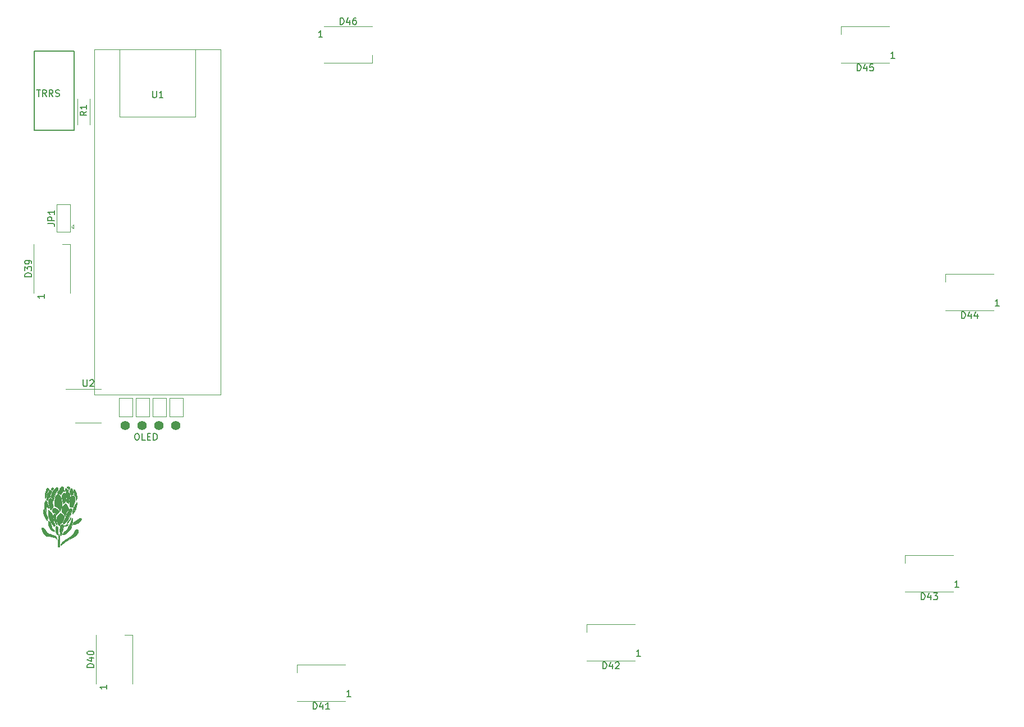
<source format=gbr>
G04 #@! TF.GenerationSoftware,KiCad,Pcbnew,5.99.0-unknown-4920692bcd~125~ubuntu20.04.1*
G04 #@! TF.CreationDate,2021-04-21T16:02:23+01:00*
G04 #@! TF.ProjectId,grandiceps-rev2,6772616e-6469-4636-9570-732d72657632,rev?*
G04 #@! TF.SameCoordinates,Original*
G04 #@! TF.FileFunction,Legend,Top*
G04 #@! TF.FilePolarity,Positive*
%FSLAX46Y46*%
G04 Gerber Fmt 4.6, Leading zero omitted, Abs format (unit mm)*
G04 Created by KiCad (PCBNEW 5.99.0-unknown-4920692bcd~125~ubuntu20.04.1) date 2021-04-21 16:02:23*
%MOMM*%
%LPD*%
G01*
G04 APERTURE LIST*
%ADD10C,0.150000*%
%ADD11C,0.120000*%
%ADD12C,0.010000*%
%ADD13C,1.397000*%
G04 APERTURE END LIST*
D10*
X109449095Y-52200180D02*
X109449095Y-53009704D01*
X109496714Y-53104942D01*
X109544333Y-53152561D01*
X109639571Y-53200180D01*
X109830047Y-53200180D01*
X109925285Y-53152561D01*
X109972904Y-53104942D01*
X110020523Y-53009704D01*
X110020523Y-52200180D01*
X111020523Y-53200180D02*
X110449095Y-53200180D01*
X110734809Y-53200180D02*
X110734809Y-52200180D01*
X110639571Y-52343038D01*
X110544333Y-52438276D01*
X110449095Y-52485895D01*
X99512380Y-55284666D02*
X99036190Y-55618000D01*
X99512380Y-55856095D02*
X98512380Y-55856095D01*
X98512380Y-55475142D01*
X98560000Y-55379904D01*
X98607619Y-55332285D01*
X98702857Y-55284666D01*
X98845714Y-55284666D01*
X98940952Y-55332285D01*
X98988571Y-55379904D01*
X99036190Y-55475142D01*
X99036190Y-55856095D01*
X99512380Y-54332285D02*
X99512380Y-54903714D01*
X99512380Y-54618000D02*
X98512380Y-54618000D01*
X98655238Y-54713238D01*
X98750476Y-54808476D01*
X98798095Y-54903714D01*
X225353714Y-128920380D02*
X225353714Y-127920380D01*
X225591809Y-127920380D01*
X225734666Y-127968000D01*
X225829904Y-128063238D01*
X225877523Y-128158476D01*
X225925142Y-128348952D01*
X225925142Y-128491809D01*
X225877523Y-128682285D01*
X225829904Y-128777523D01*
X225734666Y-128872761D01*
X225591809Y-128920380D01*
X225353714Y-128920380D01*
X226782285Y-128253714D02*
X226782285Y-128920380D01*
X226544190Y-127872761D02*
X226306095Y-128587047D01*
X226925142Y-128587047D01*
X227210857Y-127920380D02*
X227829904Y-127920380D01*
X227496571Y-128301333D01*
X227639428Y-128301333D01*
X227734666Y-128348952D01*
X227782285Y-128396571D01*
X227829904Y-128491809D01*
X227829904Y-128729904D01*
X227782285Y-128825142D01*
X227734666Y-128872761D01*
X227639428Y-128920380D01*
X227353714Y-128920380D01*
X227258476Y-128872761D01*
X227210857Y-128825142D01*
X231003714Y-127020380D02*
X230432285Y-127020380D01*
X230718000Y-127020380D02*
X230718000Y-126020380D01*
X230622761Y-126163238D01*
X230527523Y-126258476D01*
X230432285Y-126306095D01*
X91186380Y-80208285D02*
X90186380Y-80208285D01*
X90186380Y-79970190D01*
X90234000Y-79827333D01*
X90329238Y-79732095D01*
X90424476Y-79684476D01*
X90614952Y-79636857D01*
X90757809Y-79636857D01*
X90948285Y-79684476D01*
X91043523Y-79732095D01*
X91138761Y-79827333D01*
X91186380Y-79970190D01*
X91186380Y-80208285D01*
X90186380Y-79303523D02*
X90186380Y-78684476D01*
X90567333Y-79017809D01*
X90567333Y-78874952D01*
X90614952Y-78779714D01*
X90662571Y-78732095D01*
X90757809Y-78684476D01*
X90995904Y-78684476D01*
X91091142Y-78732095D01*
X91138761Y-78779714D01*
X91186380Y-78874952D01*
X91186380Y-79160666D01*
X91138761Y-79255904D01*
X91091142Y-79303523D01*
X91186380Y-78208285D02*
X91186380Y-78017809D01*
X91138761Y-77922571D01*
X91091142Y-77874952D01*
X90948285Y-77779714D01*
X90757809Y-77732095D01*
X90376857Y-77732095D01*
X90281619Y-77779714D01*
X90234000Y-77827333D01*
X90186380Y-77922571D01*
X90186380Y-78113047D01*
X90234000Y-78208285D01*
X90281619Y-78255904D01*
X90376857Y-78303523D01*
X90614952Y-78303523D01*
X90710190Y-78255904D01*
X90757809Y-78208285D01*
X90805428Y-78113047D01*
X90805428Y-77922571D01*
X90757809Y-77827333D01*
X90710190Y-77779714D01*
X90614952Y-77732095D01*
X93086380Y-82858285D02*
X93086380Y-83429714D01*
X93086380Y-83144000D02*
X92086380Y-83144000D01*
X92229238Y-83239238D01*
X92324476Y-83334476D01*
X92372095Y-83429714D01*
X231449714Y-86502380D02*
X231449714Y-85502380D01*
X231687809Y-85502380D01*
X231830666Y-85550000D01*
X231925904Y-85645238D01*
X231973523Y-85740476D01*
X232021142Y-85930952D01*
X232021142Y-86073809D01*
X231973523Y-86264285D01*
X231925904Y-86359523D01*
X231830666Y-86454761D01*
X231687809Y-86502380D01*
X231449714Y-86502380D01*
X232878285Y-85835714D02*
X232878285Y-86502380D01*
X232640190Y-85454761D02*
X232402095Y-86169047D01*
X233021142Y-86169047D01*
X233830666Y-85835714D02*
X233830666Y-86502380D01*
X233592571Y-85454761D02*
X233354476Y-86169047D01*
X233973523Y-86169047D01*
X237099714Y-84602380D02*
X236528285Y-84602380D01*
X236814000Y-84602380D02*
X236814000Y-83602380D01*
X236718761Y-83745238D01*
X236623523Y-83840476D01*
X236528285Y-83888095D01*
X215701714Y-49164380D02*
X215701714Y-48164380D01*
X215939809Y-48164380D01*
X216082666Y-48212000D01*
X216177904Y-48307238D01*
X216225523Y-48402476D01*
X216273142Y-48592952D01*
X216273142Y-48735809D01*
X216225523Y-48926285D01*
X216177904Y-49021523D01*
X216082666Y-49116761D01*
X215939809Y-49164380D01*
X215701714Y-49164380D01*
X217130285Y-48497714D02*
X217130285Y-49164380D01*
X216892190Y-48116761D02*
X216654095Y-48831047D01*
X217273142Y-48831047D01*
X218130285Y-48164380D02*
X217654095Y-48164380D01*
X217606476Y-48640571D01*
X217654095Y-48592952D01*
X217749333Y-48545333D01*
X217987428Y-48545333D01*
X218082666Y-48592952D01*
X218130285Y-48640571D01*
X218177904Y-48735809D01*
X218177904Y-48973904D01*
X218130285Y-49069142D01*
X218082666Y-49116761D01*
X217987428Y-49164380D01*
X217749333Y-49164380D01*
X217654095Y-49116761D01*
X217606476Y-49069142D01*
X221351714Y-47264380D02*
X220780285Y-47264380D01*
X221066000Y-47264380D02*
X221066000Y-46264380D01*
X220970761Y-46407238D01*
X220875523Y-46502476D01*
X220780285Y-46550095D01*
X137723714Y-42164380D02*
X137723714Y-41164380D01*
X137961809Y-41164380D01*
X138104666Y-41212000D01*
X138199904Y-41307238D01*
X138247523Y-41402476D01*
X138295142Y-41592952D01*
X138295142Y-41735809D01*
X138247523Y-41926285D01*
X138199904Y-42021523D01*
X138104666Y-42116761D01*
X137961809Y-42164380D01*
X137723714Y-42164380D01*
X139152285Y-41497714D02*
X139152285Y-42164380D01*
X138914190Y-41116761D02*
X138676095Y-41831047D01*
X139295142Y-41831047D01*
X140104666Y-41164380D02*
X139914190Y-41164380D01*
X139818952Y-41212000D01*
X139771333Y-41259619D01*
X139676095Y-41402476D01*
X139628476Y-41592952D01*
X139628476Y-41973904D01*
X139676095Y-42069142D01*
X139723714Y-42116761D01*
X139818952Y-42164380D01*
X140009428Y-42164380D01*
X140104666Y-42116761D01*
X140152285Y-42069142D01*
X140199904Y-41973904D01*
X140199904Y-41735809D01*
X140152285Y-41640571D01*
X140104666Y-41592952D01*
X140009428Y-41545333D01*
X139818952Y-41545333D01*
X139723714Y-41592952D01*
X139676095Y-41640571D01*
X139628476Y-41735809D01*
X135073714Y-44064380D02*
X134502285Y-44064380D01*
X134788000Y-44064380D02*
X134788000Y-43064380D01*
X134692761Y-43207238D01*
X134597523Y-43302476D01*
X134502285Y-43350095D01*
X133659714Y-145430380D02*
X133659714Y-144430380D01*
X133897809Y-144430380D01*
X134040666Y-144478000D01*
X134135904Y-144573238D01*
X134183523Y-144668476D01*
X134231142Y-144858952D01*
X134231142Y-145001809D01*
X134183523Y-145192285D01*
X134135904Y-145287523D01*
X134040666Y-145382761D01*
X133897809Y-145430380D01*
X133659714Y-145430380D01*
X135088285Y-144763714D02*
X135088285Y-145430380D01*
X134850190Y-144382761D02*
X134612095Y-145097047D01*
X135231142Y-145097047D01*
X136135904Y-145430380D02*
X135564476Y-145430380D01*
X135850190Y-145430380D02*
X135850190Y-144430380D01*
X135754952Y-144573238D01*
X135659714Y-144668476D01*
X135564476Y-144716095D01*
X139309714Y-143530380D02*
X138738285Y-143530380D01*
X139024000Y-143530380D02*
X139024000Y-142530380D01*
X138928761Y-142673238D01*
X138833523Y-142768476D01*
X138738285Y-142816095D01*
X107005619Y-103846380D02*
X107196095Y-103846380D01*
X107291333Y-103894000D01*
X107386571Y-103989238D01*
X107434190Y-104179714D01*
X107434190Y-104513047D01*
X107386571Y-104703523D01*
X107291333Y-104798761D01*
X107196095Y-104846380D01*
X107005619Y-104846380D01*
X106910380Y-104798761D01*
X106815142Y-104703523D01*
X106767523Y-104513047D01*
X106767523Y-104179714D01*
X106815142Y-103989238D01*
X106910380Y-103894000D01*
X107005619Y-103846380D01*
X108338952Y-104846380D02*
X107862761Y-104846380D01*
X107862761Y-103846380D01*
X108672285Y-104322571D02*
X109005619Y-104322571D01*
X109148476Y-104846380D02*
X108672285Y-104846380D01*
X108672285Y-103846380D01*
X109148476Y-103846380D01*
X109577047Y-104846380D02*
X109577047Y-103846380D01*
X109815142Y-103846380D01*
X109958000Y-103894000D01*
X110053238Y-103989238D01*
X110100857Y-104084476D01*
X110148476Y-104274952D01*
X110148476Y-104417809D01*
X110100857Y-104608285D01*
X110053238Y-104703523D01*
X109958000Y-104798761D01*
X109815142Y-104846380D01*
X109577047Y-104846380D01*
X177347714Y-139334380D02*
X177347714Y-138334380D01*
X177585809Y-138334380D01*
X177728666Y-138382000D01*
X177823904Y-138477238D01*
X177871523Y-138572476D01*
X177919142Y-138762952D01*
X177919142Y-138905809D01*
X177871523Y-139096285D01*
X177823904Y-139191523D01*
X177728666Y-139286761D01*
X177585809Y-139334380D01*
X177347714Y-139334380D01*
X178776285Y-138667714D02*
X178776285Y-139334380D01*
X178538190Y-138286761D02*
X178300095Y-139001047D01*
X178919142Y-139001047D01*
X179252476Y-138429619D02*
X179300095Y-138382000D01*
X179395333Y-138334380D01*
X179633428Y-138334380D01*
X179728666Y-138382000D01*
X179776285Y-138429619D01*
X179823904Y-138524857D01*
X179823904Y-138620095D01*
X179776285Y-138762952D01*
X179204857Y-139334380D01*
X179823904Y-139334380D01*
X182997714Y-137434380D02*
X182426285Y-137434380D01*
X182712000Y-137434380D02*
X182712000Y-136434380D01*
X182616761Y-136577238D01*
X182521523Y-136672476D01*
X182426285Y-136720095D01*
X98995095Y-95747380D02*
X98995095Y-96556904D01*
X99042714Y-96652142D01*
X99090333Y-96699761D01*
X99185571Y-96747380D01*
X99376047Y-96747380D01*
X99471285Y-96699761D01*
X99518904Y-96652142D01*
X99566523Y-96556904D01*
X99566523Y-95747380D01*
X99995095Y-95842619D02*
X100042714Y-95795000D01*
X100137952Y-95747380D01*
X100376047Y-95747380D01*
X100471285Y-95795000D01*
X100518904Y-95842619D01*
X100566523Y-95937857D01*
X100566523Y-96033095D01*
X100518904Y-96175952D01*
X99947476Y-96747380D01*
X100566523Y-96747380D01*
X93664380Y-72207333D02*
X94378666Y-72207333D01*
X94521523Y-72254952D01*
X94616761Y-72350190D01*
X94664380Y-72493047D01*
X94664380Y-72588285D01*
X94664380Y-71731142D02*
X93664380Y-71731142D01*
X93664380Y-71350190D01*
X93712000Y-71254952D01*
X93759619Y-71207333D01*
X93854857Y-71159714D01*
X93997714Y-71159714D01*
X94092952Y-71207333D01*
X94140571Y-71254952D01*
X94188190Y-71350190D01*
X94188190Y-71731142D01*
X94664380Y-70207333D02*
X94664380Y-70778761D01*
X94664380Y-70493047D02*
X93664380Y-70493047D01*
X93807238Y-70588285D01*
X93902476Y-70683523D01*
X93950095Y-70778761D01*
X100584380Y-139136285D02*
X99584380Y-139136285D01*
X99584380Y-138898190D01*
X99632000Y-138755333D01*
X99727238Y-138660095D01*
X99822476Y-138612476D01*
X100012952Y-138564857D01*
X100155809Y-138564857D01*
X100346285Y-138612476D01*
X100441523Y-138660095D01*
X100536761Y-138755333D01*
X100584380Y-138898190D01*
X100584380Y-139136285D01*
X99917714Y-137707714D02*
X100584380Y-137707714D01*
X99536761Y-137945809D02*
X100251047Y-138183904D01*
X100251047Y-137564857D01*
X99584380Y-136993428D02*
X99584380Y-136898190D01*
X99632000Y-136802952D01*
X99679619Y-136755333D01*
X99774857Y-136707714D01*
X99965333Y-136660095D01*
X100203428Y-136660095D01*
X100393904Y-136707714D01*
X100489142Y-136755333D01*
X100536761Y-136802952D01*
X100584380Y-136898190D01*
X100584380Y-136993428D01*
X100536761Y-137088666D01*
X100489142Y-137136285D01*
X100393904Y-137183904D01*
X100203428Y-137231523D01*
X99965333Y-137231523D01*
X99774857Y-137183904D01*
X99679619Y-137136285D01*
X99632000Y-137088666D01*
X99584380Y-136993428D01*
X102484380Y-141786285D02*
X102484380Y-142357714D01*
X102484380Y-142072000D02*
X101484380Y-142072000D01*
X101627238Y-142167238D01*
X101722476Y-142262476D01*
X101770095Y-142357714D01*
X91951195Y-52017680D02*
X92522623Y-52017680D01*
X92236909Y-53017680D02*
X92236909Y-52017680D01*
X93427385Y-53017680D02*
X93094052Y-52541490D01*
X92855957Y-53017680D02*
X92855957Y-52017680D01*
X93236909Y-52017680D01*
X93332147Y-52065300D01*
X93379766Y-52112919D01*
X93427385Y-52208157D01*
X93427385Y-52351014D01*
X93379766Y-52446252D01*
X93332147Y-52493871D01*
X93236909Y-52541490D01*
X92855957Y-52541490D01*
X94427385Y-53017680D02*
X94094052Y-52541490D01*
X93855957Y-53017680D02*
X93855957Y-52017680D01*
X94236909Y-52017680D01*
X94332147Y-52065300D01*
X94379766Y-52112919D01*
X94427385Y-52208157D01*
X94427385Y-52351014D01*
X94379766Y-52446252D01*
X94332147Y-52493871D01*
X94236909Y-52541490D01*
X93855957Y-52541490D01*
X94808338Y-52970061D02*
X94951195Y-53017680D01*
X95189290Y-53017680D01*
X95284528Y-52970061D01*
X95332147Y-52922442D01*
X95379766Y-52827204D01*
X95379766Y-52731966D01*
X95332147Y-52636728D01*
X95284528Y-52589109D01*
X95189290Y-52541490D01*
X94998814Y-52493871D01*
X94903576Y-52446252D01*
X94855957Y-52398633D01*
X94808338Y-52303395D01*
X94808338Y-52208157D01*
X94855957Y-52112919D01*
X94903576Y-52065300D01*
X94998814Y-52017680D01*
X95236909Y-52017680D01*
X95379766Y-52065300D01*
D11*
X100686000Y-97967800D02*
X100686000Y-45897800D01*
X104496000Y-56057800D02*
X115926000Y-56057800D01*
X119736000Y-97967800D02*
X100686000Y-97967800D01*
X115926000Y-56057800D02*
X115926000Y-45897800D01*
X100686000Y-45897800D02*
X119736000Y-45897800D01*
X119736000Y-45897800D02*
X119736000Y-97967800D01*
X104496000Y-45897800D02*
X104496000Y-56057800D01*
X99980000Y-57241200D02*
X99980000Y-53401200D01*
X98140000Y-57241200D02*
X98140000Y-53401200D01*
X222918000Y-122218000D02*
X222918000Y-123368000D01*
X230218000Y-127718000D02*
X222918000Y-127718000D01*
X230218000Y-122218000D02*
X222918000Y-122218000D01*
X96984000Y-75344000D02*
X95834000Y-75344000D01*
X91484000Y-82644000D02*
X91484000Y-75344000D01*
X96984000Y-82644000D02*
X96984000Y-75344000D01*
X236314000Y-79800000D02*
X229014000Y-79800000D01*
X236314000Y-85300000D02*
X229014000Y-85300000D01*
X229014000Y-79800000D02*
X229014000Y-80950000D01*
X106410000Y-98534000D02*
X106410000Y-101334000D01*
X104410000Y-98534000D02*
X106410000Y-98534000D01*
X106410000Y-101334000D02*
X104410000Y-101334000D01*
X104410000Y-101334000D02*
X104410000Y-98534000D01*
X213266000Y-42462000D02*
X213266000Y-43612000D01*
X220566000Y-42462000D02*
X213266000Y-42462000D01*
X220566000Y-47962000D02*
X213266000Y-47962000D01*
X108950000Y-98534000D02*
X108950000Y-101334000D01*
X108950000Y-101334000D02*
X106950000Y-101334000D01*
X106950000Y-98534000D02*
X108950000Y-98534000D01*
X106950000Y-101334000D02*
X106950000Y-98534000D01*
X135288000Y-42462000D02*
X142588000Y-42462000D01*
X135288000Y-47962000D02*
X142588000Y-47962000D01*
X142588000Y-47962000D02*
X142588000Y-46812000D01*
D12*
X94102313Y-113656021D02*
X94117659Y-113671943D01*
X94117659Y-113671943D02*
X94210362Y-113811475D01*
X94210362Y-113811475D02*
X94269583Y-113998411D01*
X94269583Y-113998411D02*
X94289792Y-114128622D01*
X94289792Y-114128622D02*
X94310330Y-114240932D01*
X94310330Y-114240932D02*
X94346685Y-114383247D01*
X94346685Y-114383247D02*
X94379320Y-114489106D01*
X94379320Y-114489106D02*
X94429126Y-114653042D01*
X94429126Y-114653042D02*
X94446779Y-114774598D01*
X94446779Y-114774598D02*
X94429117Y-114875714D01*
X94429117Y-114875714D02*
X94372980Y-114978334D01*
X94372980Y-114978334D02*
X94293972Y-115081510D01*
X94293972Y-115081510D02*
X94215524Y-115182283D01*
X94215524Y-115182283D02*
X94158782Y-115263674D01*
X94158782Y-115263674D02*
X94135320Y-115309006D01*
X94135320Y-115309006D02*
X94135222Y-115310317D01*
X94135222Y-115310317D02*
X94117321Y-115342298D01*
X94117321Y-115342298D02*
X94066586Y-115316331D01*
X94066586Y-115316331D02*
X94002931Y-115252393D01*
X94002931Y-115252393D02*
X93936795Y-115129934D01*
X93936795Y-115129934D02*
X93923556Y-115042803D01*
X93923556Y-115042803D02*
X93911733Y-114959046D01*
X93911733Y-114959046D02*
X93879917Y-114830090D01*
X93879917Y-114830090D02*
X93833582Y-114676533D01*
X93833582Y-114676533D02*
X93800094Y-114578369D01*
X93800094Y-114578369D02*
X93723429Y-114337425D01*
X93723429Y-114337425D02*
X93684918Y-114144016D01*
X93684918Y-114144016D02*
X93683862Y-113986784D01*
X93683862Y-113986784D02*
X93719562Y-113854369D01*
X93719562Y-113854369D02*
X93751764Y-113792624D01*
X93751764Y-113792624D02*
X93846130Y-113660826D01*
X93846130Y-113660826D02*
X93931532Y-113595603D01*
X93931532Y-113595603D02*
X94014687Y-113594740D01*
X94014687Y-113594740D02*
X94102313Y-113656021D01*
X94102313Y-113656021D02*
X94102313Y-113656021D01*
G36*
X94102313Y-113656021D02*
G01*
X94117659Y-113671943D01*
X94210362Y-113811475D01*
X94269583Y-113998411D01*
X94289792Y-114128622D01*
X94310330Y-114240932D01*
X94346685Y-114383247D01*
X94379320Y-114489106D01*
X94429126Y-114653042D01*
X94446779Y-114774598D01*
X94429117Y-114875714D01*
X94372980Y-114978334D01*
X94293972Y-115081510D01*
X94215524Y-115182283D01*
X94158782Y-115263674D01*
X94135320Y-115309006D01*
X94135222Y-115310317D01*
X94117321Y-115342298D01*
X94066586Y-115316331D01*
X94002931Y-115252393D01*
X93936795Y-115129934D01*
X93923556Y-115042803D01*
X93911733Y-114959046D01*
X93879917Y-114830090D01*
X93833582Y-114676533D01*
X93800094Y-114578369D01*
X93723429Y-114337425D01*
X93684918Y-114144016D01*
X93683862Y-113986784D01*
X93719562Y-113854369D01*
X93751764Y-113792624D01*
X93846130Y-113660826D01*
X93931532Y-113595603D01*
X94014687Y-113594740D01*
X94102313Y-113656021D01*
G37*
X94102313Y-113656021D02*
X94117659Y-113671943D01*
X94210362Y-113811475D01*
X94269583Y-113998411D01*
X94289792Y-114128622D01*
X94310330Y-114240932D01*
X94346685Y-114383247D01*
X94379320Y-114489106D01*
X94429126Y-114653042D01*
X94446779Y-114774598D01*
X94429117Y-114875714D01*
X94372980Y-114978334D01*
X94293972Y-115081510D01*
X94215524Y-115182283D01*
X94158782Y-115263674D01*
X94135320Y-115309006D01*
X94135222Y-115310317D01*
X94117321Y-115342298D01*
X94066586Y-115316331D01*
X94002931Y-115252393D01*
X93936795Y-115129934D01*
X93923556Y-115042803D01*
X93911733Y-114959046D01*
X93879917Y-114830090D01*
X93833582Y-114676533D01*
X93800094Y-114578369D01*
X93723429Y-114337425D01*
X93684918Y-114144016D01*
X93683862Y-113986784D01*
X93719562Y-113854369D01*
X93751764Y-113792624D01*
X93846130Y-113660826D01*
X93931532Y-113595603D01*
X94014687Y-113594740D01*
X94102313Y-113656021D01*
X95150176Y-112033443D02*
X95158279Y-112128451D01*
X95158279Y-112128451D02*
X95119316Y-112275516D01*
X95119316Y-112275516D02*
X95033288Y-112474512D01*
X95033288Y-112474512D02*
X94900197Y-112725313D01*
X94900197Y-112725313D02*
X94837670Y-112833516D01*
X94837670Y-112833516D02*
X94730139Y-113046062D01*
X94730139Y-113046062D02*
X94626451Y-113306718D01*
X94626451Y-113306718D02*
X94535115Y-113593194D01*
X94535115Y-113593194D02*
X94505511Y-113703806D01*
X94505511Y-113703806D02*
X94470814Y-113833998D01*
X94470814Y-113833998D02*
X94442802Y-113926083D01*
X94442802Y-113926083D02*
X94425251Y-113968354D01*
X94425251Y-113968354D02*
X94421304Y-113964824D01*
X94421304Y-113964824D02*
X94397718Y-113883579D01*
X94397718Y-113883579D02*
X94343966Y-113770978D01*
X94343966Y-113770978D02*
X94273749Y-113650923D01*
X94273749Y-113650923D02*
X94200770Y-113547317D01*
X94200770Y-113547317D02*
X94151298Y-113493777D01*
X94151298Y-113493777D02*
X94103334Y-113448577D01*
X94103334Y-113448577D02*
X94085064Y-113406469D01*
X94085064Y-113406469D02*
X94093881Y-113343540D01*
X94093881Y-113343540D02*
X94124183Y-113245124D01*
X94124183Y-113245124D02*
X94251326Y-112888033D01*
X94251326Y-112888033D02*
X94380971Y-112597225D01*
X94380971Y-112597225D02*
X94515714Y-112368429D01*
X94515714Y-112368429D02*
X94658152Y-112197374D01*
X94658152Y-112197374D02*
X94810882Y-112079788D01*
X94810882Y-112079788D02*
X94843465Y-112062018D01*
X94843465Y-112062018D02*
X94992770Y-112000101D01*
X94992770Y-112000101D02*
X95095007Y-111990618D01*
X95095007Y-111990618D02*
X95150176Y-112033443D01*
X95150176Y-112033443D02*
X95150176Y-112033443D01*
G36*
X95150176Y-112033443D02*
G01*
X95158279Y-112128451D01*
X95119316Y-112275516D01*
X95033288Y-112474512D01*
X94900197Y-112725313D01*
X94837670Y-112833516D01*
X94730139Y-113046062D01*
X94626451Y-113306718D01*
X94535115Y-113593194D01*
X94505511Y-113703806D01*
X94470814Y-113833998D01*
X94442802Y-113926083D01*
X94425251Y-113968354D01*
X94421304Y-113964824D01*
X94397718Y-113883579D01*
X94343966Y-113770978D01*
X94273749Y-113650923D01*
X94200770Y-113547317D01*
X94151298Y-113493777D01*
X94103334Y-113448577D01*
X94085064Y-113406469D01*
X94093881Y-113343540D01*
X94124183Y-113245124D01*
X94251326Y-112888033D01*
X94380971Y-112597225D01*
X94515714Y-112368429D01*
X94658152Y-112197374D01*
X94810882Y-112079788D01*
X94843465Y-112062018D01*
X94992770Y-112000101D01*
X95095007Y-111990618D01*
X95150176Y-112033443D01*
G37*
X95150176Y-112033443D02*
X95158279Y-112128451D01*
X95119316Y-112275516D01*
X95033288Y-112474512D01*
X94900197Y-112725313D01*
X94837670Y-112833516D01*
X94730139Y-113046062D01*
X94626451Y-113306718D01*
X94535115Y-113593194D01*
X94505511Y-113703806D01*
X94470814Y-113833998D01*
X94442802Y-113926083D01*
X94425251Y-113968354D01*
X94421304Y-113964824D01*
X94397718Y-113883579D01*
X94343966Y-113770978D01*
X94273749Y-113650923D01*
X94200770Y-113547317D01*
X94151298Y-113493777D01*
X94103334Y-113448577D01*
X94085064Y-113406469D01*
X94093881Y-113343540D01*
X94124183Y-113245124D01*
X94251326Y-112888033D01*
X94380971Y-112597225D01*
X94515714Y-112368429D01*
X94658152Y-112197374D01*
X94810882Y-112079788D01*
X94843465Y-112062018D01*
X94992770Y-112000101D01*
X95095007Y-111990618D01*
X95150176Y-112033443D01*
X94638085Y-115978693D02*
X94659478Y-115988660D01*
X94659478Y-115988660D02*
X94740176Y-116068634D01*
X94740176Y-116068634D02*
X94798801Y-116208189D01*
X94798801Y-116208189D02*
X94832748Y-116399089D01*
X94832748Y-116399089D02*
X94840443Y-116561306D01*
X94840443Y-116561306D02*
X94846542Y-116710957D01*
X94846542Y-116710957D02*
X94861693Y-116853949D01*
X94861693Y-116853949D02*
X94879693Y-116946997D01*
X94879693Y-116946997D02*
X94908140Y-117067643D01*
X94908140Y-117067643D02*
X94927286Y-117181157D01*
X94927286Y-117181157D02*
X94928675Y-117193941D01*
X94928675Y-117193941D02*
X94941788Y-117300931D01*
X94941788Y-117300931D02*
X94960847Y-117427313D01*
X94960847Y-117427313D02*
X94965021Y-117452069D01*
X94965021Y-117452069D02*
X94976662Y-117542933D01*
X94976662Y-117542933D02*
X94975662Y-117596193D01*
X94975662Y-117596193D02*
X94971258Y-117602000D01*
X94971258Y-117602000D02*
X94942335Y-117575235D01*
X94942335Y-117575235D02*
X94888692Y-117506325D01*
X94888692Y-117506325D02*
X94843935Y-117442457D01*
X94843935Y-117442457D02*
X94704866Y-117206908D01*
X94704866Y-117206908D02*
X94602595Y-116971942D01*
X94602595Y-116971942D02*
X94545900Y-116758110D01*
X94545900Y-116758110D02*
X94542945Y-116737694D01*
X94542945Y-116737694D02*
X94511386Y-116463582D01*
X94511386Y-116463582D02*
X94497966Y-116253830D01*
X94497966Y-116253830D02*
X94503306Y-116104451D01*
X94503306Y-116104451D02*
X94528025Y-116011459D01*
X94528025Y-116011459D02*
X94572745Y-115970869D01*
X94572745Y-115970869D02*
X94638085Y-115978693D01*
X94638085Y-115978693D02*
X94638085Y-115978693D01*
G36*
X94638085Y-115978693D02*
G01*
X94659478Y-115988660D01*
X94740176Y-116068634D01*
X94798801Y-116208189D01*
X94832748Y-116399089D01*
X94840443Y-116561306D01*
X94846542Y-116710957D01*
X94861693Y-116853949D01*
X94879693Y-116946997D01*
X94908140Y-117067643D01*
X94927286Y-117181157D01*
X94928675Y-117193941D01*
X94941788Y-117300931D01*
X94960847Y-117427313D01*
X94965021Y-117452069D01*
X94976662Y-117542933D01*
X94975662Y-117596193D01*
X94971258Y-117602000D01*
X94942335Y-117575235D01*
X94888692Y-117506325D01*
X94843935Y-117442457D01*
X94704866Y-117206908D01*
X94602595Y-116971942D01*
X94545900Y-116758110D01*
X94542945Y-116737694D01*
X94511386Y-116463582D01*
X94497966Y-116253830D01*
X94503306Y-116104451D01*
X94528025Y-116011459D01*
X94572745Y-115970869D01*
X94638085Y-115978693D01*
G37*
X94638085Y-115978693D02*
X94659478Y-115988660D01*
X94740176Y-116068634D01*
X94798801Y-116208189D01*
X94832748Y-116399089D01*
X94840443Y-116561306D01*
X94846542Y-116710957D01*
X94861693Y-116853949D01*
X94879693Y-116946997D01*
X94908140Y-117067643D01*
X94927286Y-117181157D01*
X94928675Y-117193941D01*
X94941788Y-117300931D01*
X94960847Y-117427313D01*
X94965021Y-117452069D01*
X94976662Y-117542933D01*
X94975662Y-117596193D01*
X94971258Y-117602000D01*
X94942335Y-117575235D01*
X94888692Y-117506325D01*
X94843935Y-117442457D01*
X94704866Y-117206908D01*
X94602595Y-116971942D01*
X94545900Y-116758110D01*
X94542945Y-116737694D01*
X94511386Y-116463582D01*
X94497966Y-116253830D01*
X94503306Y-116104451D01*
X94528025Y-116011459D01*
X94572745Y-115970869D01*
X94638085Y-115978693D01*
X96424508Y-112135946D02*
X96520306Y-112194729D01*
X96520306Y-112194729D02*
X96613556Y-112284680D01*
X96613556Y-112284680D02*
X96675985Y-112372464D01*
X96675985Y-112372464D02*
X96726469Y-112461323D01*
X96726469Y-112461323D02*
X96739659Y-112504740D01*
X96739659Y-112504740D02*
X96714555Y-112517778D01*
X96714555Y-112517778D02*
X96666403Y-112516470D01*
X96666403Y-112516470D02*
X96576848Y-112520262D01*
X96576848Y-112520262D02*
X96467771Y-112535915D01*
X96467771Y-112535915D02*
X96461293Y-112537200D01*
X96461293Y-112537200D02*
X96361593Y-112546217D01*
X96361593Y-112546217D02*
X96300512Y-112518898D01*
X96300512Y-112518898D02*
X96288950Y-112506509D01*
X96288950Y-112506509D02*
X96256824Y-112442622D01*
X96256824Y-112442622D02*
X96244132Y-112342432D01*
X96244132Y-112342432D02*
X96248080Y-112198058D01*
X96248080Y-112198058D02*
X96275768Y-112132464D01*
X96275768Y-112132464D02*
X96338786Y-112113475D01*
X96338786Y-112113475D02*
X96424508Y-112135946D01*
X96424508Y-112135946D02*
X96424508Y-112135946D01*
G36*
X96424508Y-112135946D02*
G01*
X96520306Y-112194729D01*
X96613556Y-112284680D01*
X96675985Y-112372464D01*
X96726469Y-112461323D01*
X96739659Y-112504740D01*
X96714555Y-112517778D01*
X96666403Y-112516470D01*
X96576848Y-112520262D01*
X96467771Y-112535915D01*
X96461293Y-112537200D01*
X96361593Y-112546217D01*
X96300512Y-112518898D01*
X96288950Y-112506509D01*
X96256824Y-112442622D01*
X96244132Y-112342432D01*
X96248080Y-112198058D01*
X96275768Y-112132464D01*
X96338786Y-112113475D01*
X96424508Y-112135946D01*
G37*
X96424508Y-112135946D02*
X96520306Y-112194729D01*
X96613556Y-112284680D01*
X96675985Y-112372464D01*
X96726469Y-112461323D01*
X96739659Y-112504740D01*
X96714555Y-112517778D01*
X96666403Y-112516470D01*
X96576848Y-112520262D01*
X96467771Y-112535915D01*
X96461293Y-112537200D01*
X96361593Y-112546217D01*
X96300512Y-112518898D01*
X96288950Y-112506509D01*
X96256824Y-112442622D01*
X96244132Y-112342432D01*
X96248080Y-112198058D01*
X96275768Y-112132464D01*
X96338786Y-112113475D01*
X96424508Y-112135946D01*
X95681750Y-115906582D02*
X95826960Y-115999708D01*
X95826960Y-115999708D02*
X95954352Y-116143084D01*
X95954352Y-116143084D02*
X95964545Y-116158278D01*
X95964545Y-116158278D02*
X96054727Y-116314377D01*
X96054727Y-116314377D02*
X96095665Y-116441464D01*
X96095665Y-116441464D02*
X96090187Y-116558134D01*
X96090187Y-116558134D02*
X96043592Y-116678172D01*
X96043592Y-116678172D02*
X95997923Y-116786033D01*
X95997923Y-116786033D02*
X95971939Y-116882950D01*
X95971939Y-116882950D02*
X95969667Y-116908358D01*
X95969667Y-116908358D02*
X95950560Y-116991605D01*
X95950560Y-116991605D02*
X95920545Y-117034406D01*
X95920545Y-117034406D02*
X95872063Y-117095485D01*
X95872063Y-117095485D02*
X95828557Y-117178663D01*
X95828557Y-117178663D02*
X95777755Y-117258739D01*
X95777755Y-117258739D02*
X95717791Y-117303704D01*
X95717791Y-117303704D02*
X95603091Y-117370861D01*
X95603091Y-117370861D02*
X95499553Y-117485196D01*
X95499553Y-117485196D02*
X95428533Y-117621963D01*
X95428533Y-117621963D02*
X95382469Y-117727103D01*
X95382469Y-117727103D02*
X95337293Y-117762829D01*
X95337293Y-117762829D02*
X95287000Y-117729942D01*
X95287000Y-117729942D02*
X95235290Y-117647798D01*
X95235290Y-117647798D02*
X95152327Y-117488498D01*
X95152327Y-117488498D02*
X95095389Y-117365725D01*
X95095389Y-117365725D02*
X95054968Y-117255051D01*
X95054968Y-117255051D02*
X95021558Y-117132047D01*
X95021558Y-117132047D02*
X95002695Y-117050147D01*
X95002695Y-117050147D02*
X94965765Y-116865214D01*
X94965765Y-116865214D02*
X94952080Y-116724768D01*
X94952080Y-116724768D02*
X94963874Y-116605941D01*
X94963874Y-116605941D02*
X95003385Y-116485866D01*
X95003385Y-116485866D02*
X95071770Y-116343749D01*
X95071770Y-116343749D02*
X95177161Y-116168664D01*
X95177161Y-116168664D02*
X95291788Y-116025377D01*
X95291788Y-116025377D02*
X95405385Y-115924349D01*
X95405385Y-115924349D02*
X95507685Y-115876043D01*
X95507685Y-115876043D02*
X95533375Y-115873389D01*
X95533375Y-115873389D02*
X95681750Y-115906582D01*
X95681750Y-115906582D02*
X95681750Y-115906582D01*
G36*
X95681750Y-115906582D02*
G01*
X95826960Y-115999708D01*
X95954352Y-116143084D01*
X95964545Y-116158278D01*
X96054727Y-116314377D01*
X96095665Y-116441464D01*
X96090187Y-116558134D01*
X96043592Y-116678172D01*
X95997923Y-116786033D01*
X95971939Y-116882950D01*
X95969667Y-116908358D01*
X95950560Y-116991605D01*
X95920545Y-117034406D01*
X95872063Y-117095485D01*
X95828557Y-117178663D01*
X95777755Y-117258739D01*
X95717791Y-117303704D01*
X95603091Y-117370861D01*
X95499553Y-117485196D01*
X95428533Y-117621963D01*
X95382469Y-117727103D01*
X95337293Y-117762829D01*
X95287000Y-117729942D01*
X95235290Y-117647798D01*
X95152327Y-117488498D01*
X95095389Y-117365725D01*
X95054968Y-117255051D01*
X95021558Y-117132047D01*
X95002695Y-117050147D01*
X94965765Y-116865214D01*
X94952080Y-116724768D01*
X94963874Y-116605941D01*
X95003385Y-116485866D01*
X95071770Y-116343749D01*
X95177161Y-116168664D01*
X95291788Y-116025377D01*
X95405385Y-115924349D01*
X95507685Y-115876043D01*
X95533375Y-115873389D01*
X95681750Y-115906582D01*
G37*
X95681750Y-115906582D02*
X95826960Y-115999708D01*
X95954352Y-116143084D01*
X95964545Y-116158278D01*
X96054727Y-116314377D01*
X96095665Y-116441464D01*
X96090187Y-116558134D01*
X96043592Y-116678172D01*
X95997923Y-116786033D01*
X95971939Y-116882950D01*
X95969667Y-116908358D01*
X95950560Y-116991605D01*
X95920545Y-117034406D01*
X95872063Y-117095485D01*
X95828557Y-117178663D01*
X95777755Y-117258739D01*
X95717791Y-117303704D01*
X95603091Y-117370861D01*
X95499553Y-117485196D01*
X95428533Y-117621963D01*
X95382469Y-117727103D01*
X95337293Y-117762829D01*
X95287000Y-117729942D01*
X95235290Y-117647798D01*
X95152327Y-117488498D01*
X95095389Y-117365725D01*
X95054968Y-117255051D01*
X95021558Y-117132047D01*
X95002695Y-117050147D01*
X94965765Y-116865214D01*
X94952080Y-116724768D01*
X94963874Y-116605941D01*
X95003385Y-116485866D01*
X95071770Y-116343749D01*
X95177161Y-116168664D01*
X95291788Y-116025377D01*
X95405385Y-115924349D01*
X95507685Y-115876043D01*
X95533375Y-115873389D01*
X95681750Y-115906582D01*
X96371037Y-114466726D02*
X96451944Y-114533490D01*
X96451944Y-114533490D02*
X96537487Y-114655130D01*
X96537487Y-114655130D02*
X96619133Y-114817210D01*
X96619133Y-114817210D02*
X96687334Y-115001983D01*
X96687334Y-115001983D02*
X96750467Y-115206549D01*
X96750467Y-115206549D02*
X96658438Y-115354761D01*
X96658438Y-115354761D02*
X96576233Y-115481398D01*
X96576233Y-115481398D02*
X96485629Y-115613010D01*
X96485629Y-115613010D02*
X96463237Y-115644083D01*
X96463237Y-115644083D02*
X96402047Y-115741252D01*
X96402047Y-115741252D02*
X96364529Y-115826739D01*
X96364529Y-115826739D02*
X96359069Y-115855750D01*
X96359069Y-115855750D02*
X96347374Y-115930184D01*
X96347374Y-115930184D02*
X96319198Y-116029972D01*
X96319198Y-116029972D02*
X96282599Y-116132944D01*
X96282599Y-116132944D02*
X96245633Y-116216926D01*
X96245633Y-116216926D02*
X96216357Y-116259748D01*
X96216357Y-116259748D02*
X96211643Y-116261444D01*
X96211643Y-116261444D02*
X96174123Y-116235661D01*
X96174123Y-116235661D02*
X96130417Y-116183039D01*
X96130417Y-116183039D02*
X96088950Y-116107759D01*
X96088950Y-116107759D02*
X96075500Y-116058186D01*
X96075500Y-116058186D02*
X96051815Y-116011967D01*
X96051815Y-116011967D02*
X95989488Y-115934025D01*
X95989488Y-115934025D02*
X95901615Y-115840610D01*
X95901615Y-115840610D02*
X95894557Y-115833628D01*
X95894557Y-115833628D02*
X95713614Y-115655520D01*
X95713614Y-115655520D02*
X95735901Y-115437988D01*
X95735901Y-115437988D02*
X95781972Y-115189292D01*
X95781972Y-115189292D02*
X95873191Y-114926788D01*
X95873191Y-114926788D02*
X95985337Y-114690031D01*
X95985337Y-114690031D02*
X96083139Y-114547604D01*
X96083139Y-114547604D02*
X96193548Y-114465857D01*
X96193548Y-114465857D02*
X96309893Y-114448651D01*
X96309893Y-114448651D02*
X96371037Y-114466726D01*
X96371037Y-114466726D02*
X96371037Y-114466726D01*
G36*
X96371037Y-114466726D02*
G01*
X96451944Y-114533490D01*
X96537487Y-114655130D01*
X96619133Y-114817210D01*
X96687334Y-115001983D01*
X96750467Y-115206549D01*
X96658438Y-115354761D01*
X96576233Y-115481398D01*
X96485629Y-115613010D01*
X96463237Y-115644083D01*
X96402047Y-115741252D01*
X96364529Y-115826739D01*
X96359069Y-115855750D01*
X96347374Y-115930184D01*
X96319198Y-116029972D01*
X96282599Y-116132944D01*
X96245633Y-116216926D01*
X96216357Y-116259748D01*
X96211643Y-116261444D01*
X96174123Y-116235661D01*
X96130417Y-116183039D01*
X96088950Y-116107759D01*
X96075500Y-116058186D01*
X96051815Y-116011967D01*
X95989488Y-115934025D01*
X95901615Y-115840610D01*
X95894557Y-115833628D01*
X95713614Y-115655520D01*
X95735901Y-115437988D01*
X95781972Y-115189292D01*
X95873191Y-114926788D01*
X95985337Y-114690031D01*
X96083139Y-114547604D01*
X96193548Y-114465857D01*
X96309893Y-114448651D01*
X96371037Y-114466726D01*
G37*
X96371037Y-114466726D02*
X96451944Y-114533490D01*
X96537487Y-114655130D01*
X96619133Y-114817210D01*
X96687334Y-115001983D01*
X96750467Y-115206549D01*
X96658438Y-115354761D01*
X96576233Y-115481398D01*
X96485629Y-115613010D01*
X96463237Y-115644083D01*
X96402047Y-115741252D01*
X96364529Y-115826739D01*
X96359069Y-115855750D01*
X96347374Y-115930184D01*
X96319198Y-116029972D01*
X96282599Y-116132944D01*
X96245633Y-116216926D01*
X96216357Y-116259748D01*
X96211643Y-116261444D01*
X96174123Y-116235661D01*
X96130417Y-116183039D01*
X96088950Y-116107759D01*
X96075500Y-116058186D01*
X96051815Y-116011967D01*
X95989488Y-115934025D01*
X95901615Y-115840610D01*
X95894557Y-115833628D01*
X95713614Y-115655520D01*
X95735901Y-115437988D01*
X95781972Y-115189292D01*
X95873191Y-114926788D01*
X95985337Y-114690031D01*
X96083139Y-114547604D01*
X96193548Y-114465857D01*
X96309893Y-114448651D01*
X96371037Y-114466726D01*
X92926335Y-118054950D02*
X93029651Y-118139986D01*
X93029651Y-118139986D02*
X93104003Y-118224700D01*
X93104003Y-118224700D02*
X93190510Y-118331439D01*
X93190510Y-118331439D02*
X93277750Y-118444958D01*
X93277750Y-118444958D02*
X93354304Y-118550015D01*
X93354304Y-118550015D02*
X93408749Y-118631364D01*
X93408749Y-118631364D02*
X93429665Y-118673763D01*
X93429665Y-118673763D02*
X93429667Y-118673898D01*
X93429667Y-118673898D02*
X93453597Y-118715022D01*
X93453597Y-118715022D02*
X93512887Y-118781696D01*
X93512887Y-118781696D02*
X93588788Y-118854192D01*
X93588788Y-118854192D02*
X93644318Y-118899757D01*
X93644318Y-118899757D02*
X93699203Y-118924398D01*
X93699203Y-118924398D02*
X93807045Y-118960447D01*
X93807045Y-118960447D02*
X93952152Y-119003019D01*
X93952152Y-119003019D02*
X94115361Y-119046355D01*
X94115361Y-119046355D02*
X94402449Y-119131970D01*
X94402449Y-119131970D02*
X94625366Y-119229158D01*
X94625366Y-119229158D02*
X94790070Y-119341758D01*
X94790070Y-119341758D02*
X94902521Y-119473613D01*
X94902521Y-119473613D02*
X94956535Y-119588568D01*
X94956535Y-119588568D02*
X94985848Y-119706373D01*
X94985848Y-119706373D02*
X94982890Y-119784603D01*
X94982890Y-119784603D02*
X94978654Y-119793248D01*
X94978654Y-119793248D02*
X94955091Y-119814756D01*
X94955091Y-119814756D02*
X94947261Y-119771631D01*
X94947261Y-119771631D02*
X94947151Y-119763577D01*
X94947151Y-119763577D02*
X94932445Y-119704138D01*
X94932445Y-119704138D02*
X94883323Y-119649705D01*
X94883323Y-119649705D02*
X94790966Y-119594915D01*
X94790966Y-119594915D02*
X94646556Y-119534403D01*
X94646556Y-119534403D02*
X94466424Y-119471161D01*
X94466424Y-119471161D02*
X94281353Y-119415315D01*
X94281353Y-119415315D02*
X94113542Y-119380690D01*
X94113542Y-119380690D02*
X93930205Y-119361715D01*
X93930205Y-119361715D02*
X93782445Y-119354989D01*
X93782445Y-119354989D02*
X93595991Y-119344787D01*
X93595991Y-119344787D02*
X93450263Y-119327857D01*
X93450263Y-119327857D02*
X93358033Y-119305858D01*
X93358033Y-119305858D02*
X93341472Y-119297742D01*
X93341472Y-119297742D02*
X93261001Y-119228159D01*
X93261001Y-119228159D02*
X93159037Y-119115687D01*
X93159037Y-119115687D02*
X93049772Y-118978303D01*
X93049772Y-118978303D02*
X92947399Y-118833984D01*
X92947399Y-118833984D02*
X92866112Y-118700707D01*
X92866112Y-118700707D02*
X92857869Y-118685198D01*
X92857869Y-118685198D02*
X92775099Y-118466077D01*
X92775099Y-118466077D02*
X92738345Y-118263458D01*
X92738345Y-118263458D02*
X92714368Y-118025333D01*
X92714368Y-118025333D02*
X92818152Y-118025333D01*
X92818152Y-118025333D02*
X92926335Y-118054950D01*
X92926335Y-118054950D02*
X92926335Y-118054950D01*
G36*
X92926335Y-118054950D02*
G01*
X93029651Y-118139986D01*
X93104003Y-118224700D01*
X93190510Y-118331439D01*
X93277750Y-118444958D01*
X93354304Y-118550015D01*
X93408749Y-118631364D01*
X93429665Y-118673763D01*
X93429667Y-118673898D01*
X93453597Y-118715022D01*
X93512887Y-118781696D01*
X93588788Y-118854192D01*
X93644318Y-118899757D01*
X93699203Y-118924398D01*
X93807045Y-118960447D01*
X93952152Y-119003019D01*
X94115361Y-119046355D01*
X94402449Y-119131970D01*
X94625366Y-119229158D01*
X94790070Y-119341758D01*
X94902521Y-119473613D01*
X94956535Y-119588568D01*
X94985848Y-119706373D01*
X94982890Y-119784603D01*
X94978654Y-119793248D01*
X94955091Y-119814756D01*
X94947261Y-119771631D01*
X94947151Y-119763577D01*
X94932445Y-119704138D01*
X94883323Y-119649705D01*
X94790966Y-119594915D01*
X94646556Y-119534403D01*
X94466424Y-119471161D01*
X94281353Y-119415315D01*
X94113542Y-119380690D01*
X93930205Y-119361715D01*
X93782445Y-119354989D01*
X93595991Y-119344787D01*
X93450263Y-119327857D01*
X93358033Y-119305858D01*
X93341472Y-119297742D01*
X93261001Y-119228159D01*
X93159037Y-119115687D01*
X93049772Y-118978303D01*
X92947399Y-118833984D01*
X92866112Y-118700707D01*
X92857869Y-118685198D01*
X92775099Y-118466077D01*
X92738345Y-118263458D01*
X92714368Y-118025333D01*
X92818152Y-118025333D01*
X92926335Y-118054950D01*
G37*
X92926335Y-118054950D02*
X93029651Y-118139986D01*
X93104003Y-118224700D01*
X93190510Y-118331439D01*
X93277750Y-118444958D01*
X93354304Y-118550015D01*
X93408749Y-118631364D01*
X93429665Y-118673763D01*
X93429667Y-118673898D01*
X93453597Y-118715022D01*
X93512887Y-118781696D01*
X93588788Y-118854192D01*
X93644318Y-118899757D01*
X93699203Y-118924398D01*
X93807045Y-118960447D01*
X93952152Y-119003019D01*
X94115361Y-119046355D01*
X94402449Y-119131970D01*
X94625366Y-119229158D01*
X94790070Y-119341758D01*
X94902521Y-119473613D01*
X94956535Y-119588568D01*
X94985848Y-119706373D01*
X94982890Y-119784603D01*
X94978654Y-119793248D01*
X94955091Y-119814756D01*
X94947261Y-119771631D01*
X94947151Y-119763577D01*
X94932445Y-119704138D01*
X94883323Y-119649705D01*
X94790966Y-119594915D01*
X94646556Y-119534403D01*
X94466424Y-119471161D01*
X94281353Y-119415315D01*
X94113542Y-119380690D01*
X93930205Y-119361715D01*
X93782445Y-119354989D01*
X93595991Y-119344787D01*
X93450263Y-119327857D01*
X93358033Y-119305858D01*
X93341472Y-119297742D01*
X93261001Y-119228159D01*
X93159037Y-119115687D01*
X93049772Y-118978303D01*
X92947399Y-118833984D01*
X92866112Y-118700707D01*
X92857869Y-118685198D01*
X92775099Y-118466077D01*
X92738345Y-118263458D01*
X92714368Y-118025333D01*
X92818152Y-118025333D01*
X92926335Y-118054950D01*
X93663282Y-112087680D02*
X93749968Y-112154327D01*
X93749968Y-112154327D02*
X93781509Y-112202753D01*
X93781509Y-112202753D02*
X93800220Y-112278096D01*
X93800220Y-112278096D02*
X93787142Y-112347292D01*
X93787142Y-112347292D02*
X93748475Y-112380656D01*
X93748475Y-112380656D02*
X93744298Y-112380889D01*
X93744298Y-112380889D02*
X93703383Y-112413637D01*
X93703383Y-112413637D02*
X93649891Y-112505557D01*
X93649891Y-112505557D02*
X93587501Y-112647165D01*
X93587501Y-112647165D02*
X93519889Y-112828975D01*
X93519889Y-112828975D02*
X93450735Y-113041502D01*
X93450735Y-113041502D02*
X93383715Y-113275260D01*
X93383715Y-113275260D02*
X93355635Y-113383250D01*
X93355635Y-113383250D02*
X93315777Y-113516248D01*
X93315777Y-113516248D02*
X93279103Y-113589451D01*
X93279103Y-113589451D02*
X93248121Y-113598283D01*
X93248121Y-113598283D02*
X93242016Y-113590651D01*
X93242016Y-113590651D02*
X93215943Y-113500672D01*
X93215943Y-113500672D02*
X93208896Y-113356823D01*
X93208896Y-113356823D02*
X93219117Y-113172659D01*
X93219117Y-113172659D02*
X93244850Y-112961734D01*
X93244850Y-112961734D02*
X93284339Y-112737605D01*
X93284339Y-112737605D02*
X93335827Y-112513827D01*
X93335827Y-112513827D02*
X93397558Y-112303954D01*
X93397558Y-112303954D02*
X93415434Y-112252321D01*
X93415434Y-112252321D02*
X93481758Y-112138608D01*
X93481758Y-112138608D02*
X93569126Y-112083084D01*
X93569126Y-112083084D02*
X93663282Y-112087680D01*
X93663282Y-112087680D02*
X93663282Y-112087680D01*
G36*
X93663282Y-112087680D02*
G01*
X93749968Y-112154327D01*
X93781509Y-112202753D01*
X93800220Y-112278096D01*
X93787142Y-112347292D01*
X93748475Y-112380656D01*
X93744298Y-112380889D01*
X93703383Y-112413637D01*
X93649891Y-112505557D01*
X93587501Y-112647165D01*
X93519889Y-112828975D01*
X93450735Y-113041502D01*
X93383715Y-113275260D01*
X93355635Y-113383250D01*
X93315777Y-113516248D01*
X93279103Y-113589451D01*
X93248121Y-113598283D01*
X93242016Y-113590651D01*
X93215943Y-113500672D01*
X93208896Y-113356823D01*
X93219117Y-113172659D01*
X93244850Y-112961734D01*
X93284339Y-112737605D01*
X93335827Y-112513827D01*
X93397558Y-112303954D01*
X93415434Y-112252321D01*
X93481758Y-112138608D01*
X93569126Y-112083084D01*
X93663282Y-112087680D01*
G37*
X93663282Y-112087680D02*
X93749968Y-112154327D01*
X93781509Y-112202753D01*
X93800220Y-112278096D01*
X93787142Y-112347292D01*
X93748475Y-112380656D01*
X93744298Y-112380889D01*
X93703383Y-112413637D01*
X93649891Y-112505557D01*
X93587501Y-112647165D01*
X93519889Y-112828975D01*
X93450735Y-113041502D01*
X93383715Y-113275260D01*
X93355635Y-113383250D01*
X93315777Y-113516248D01*
X93279103Y-113589451D01*
X93248121Y-113598283D01*
X93242016Y-113590651D01*
X93215943Y-113500672D01*
X93208896Y-113356823D01*
X93219117Y-113172659D01*
X93244850Y-112961734D01*
X93284339Y-112737605D01*
X93335827Y-112513827D01*
X93397558Y-112303954D01*
X93415434Y-112252321D01*
X93481758Y-112138608D01*
X93569126Y-112083084D01*
X93663282Y-112087680D01*
X97658879Y-112338459D02*
X97736565Y-112425453D01*
X97736565Y-112425453D02*
X97821360Y-112575237D01*
X97821360Y-112575237D02*
X97887977Y-112723090D01*
X97887977Y-112723090D02*
X97945071Y-112898478D01*
X97945071Y-112898478D02*
X97985721Y-113102733D01*
X97985721Y-113102733D02*
X98008334Y-113315360D01*
X98008334Y-113315360D02*
X98011313Y-113515866D01*
X98011313Y-113515866D02*
X97993063Y-113683759D01*
X97993063Y-113683759D02*
X97969125Y-113765542D01*
X97969125Y-113765542D02*
X97919752Y-113862625D01*
X97919752Y-113862625D02*
X97882646Y-113890455D01*
X97882646Y-113890455D02*
X97858193Y-113849324D01*
X97858193Y-113849324D02*
X97846778Y-113739527D01*
X97846778Y-113739527D02*
X97845972Y-113671827D01*
X97845972Y-113671827D02*
X97822714Y-113446869D01*
X97822714Y-113446869D02*
X97749171Y-113269217D01*
X97749171Y-113269217D02*
X97650098Y-113156121D01*
X97650098Y-113156121D02*
X97613284Y-113108500D01*
X97613284Y-113108500D02*
X97590778Y-113031157D01*
X97590778Y-113031157D02*
X97578655Y-112907275D01*
X97578655Y-112907275D02*
X97575725Y-112837633D01*
X97575725Y-112837633D02*
X97567638Y-112686573D01*
X97567638Y-112686573D02*
X97554702Y-112544254D01*
X97554702Y-112544254D02*
X97539914Y-112442625D01*
X97539914Y-112442625D02*
X97526317Y-112356470D01*
X97526317Y-112356470D02*
X97538170Y-112318866D01*
X97538170Y-112318866D02*
X97582170Y-112310345D01*
X97582170Y-112310345D02*
X97585426Y-112310333D01*
X97585426Y-112310333D02*
X97658879Y-112338459D01*
X97658879Y-112338459D02*
X97658879Y-112338459D01*
G36*
X97658879Y-112338459D02*
G01*
X97736565Y-112425453D01*
X97821360Y-112575237D01*
X97887977Y-112723090D01*
X97945071Y-112898478D01*
X97985721Y-113102733D01*
X98008334Y-113315360D01*
X98011313Y-113515866D01*
X97993063Y-113683759D01*
X97969125Y-113765542D01*
X97919752Y-113862625D01*
X97882646Y-113890455D01*
X97858193Y-113849324D01*
X97846778Y-113739527D01*
X97845972Y-113671827D01*
X97822714Y-113446869D01*
X97749171Y-113269217D01*
X97650098Y-113156121D01*
X97613284Y-113108500D01*
X97590778Y-113031157D01*
X97578655Y-112907275D01*
X97575725Y-112837633D01*
X97567638Y-112686573D01*
X97554702Y-112544254D01*
X97539914Y-112442625D01*
X97526317Y-112356470D01*
X97538170Y-112318866D01*
X97582170Y-112310345D01*
X97585426Y-112310333D01*
X97658879Y-112338459D01*
G37*
X97658879Y-112338459D02*
X97736565Y-112425453D01*
X97821360Y-112575237D01*
X97887977Y-112723090D01*
X97945071Y-112898478D01*
X97985721Y-113102733D01*
X98008334Y-113315360D01*
X98011313Y-113515866D01*
X97993063Y-113683759D01*
X97969125Y-113765542D01*
X97919752Y-113862625D01*
X97882646Y-113890455D01*
X97858193Y-113849324D01*
X97846778Y-113739527D01*
X97845972Y-113671827D01*
X97822714Y-113446869D01*
X97749171Y-113269217D01*
X97650098Y-113156121D01*
X97613284Y-113108500D01*
X97590778Y-113031157D01*
X97578655Y-112907275D01*
X97575725Y-112837633D01*
X97567638Y-112686573D01*
X97554702Y-112544254D01*
X97539914Y-112442625D01*
X97526317Y-112356470D01*
X97538170Y-112318866D01*
X97582170Y-112310345D01*
X97585426Y-112310333D01*
X97658879Y-112338459D01*
X93793134Y-115406458D02*
X93871570Y-115478885D01*
X93871570Y-115478885D02*
X93966602Y-115584109D01*
X93966602Y-115584109D02*
X94066541Y-115709458D01*
X94066541Y-115709458D02*
X94133459Y-115802833D01*
X94133459Y-115802833D02*
X94270392Y-116036953D01*
X94270392Y-116036953D02*
X94366400Y-116284270D01*
X94366400Y-116284270D02*
X94427884Y-116564522D01*
X94427884Y-116564522D02*
X94453787Y-116790611D01*
X94453787Y-116790611D02*
X94476435Y-117012990D01*
X94476435Y-117012990D02*
X94506408Y-117185372D01*
X94506408Y-117185372D02*
X94549217Y-117328292D01*
X94549217Y-117328292D02*
X94610373Y-117462285D01*
X94610373Y-117462285D02*
X94655570Y-117542566D01*
X94655570Y-117542566D02*
X94709590Y-117636722D01*
X94709590Y-117636722D02*
X94728637Y-117692475D01*
X94728637Y-117692475D02*
X94713031Y-117732509D01*
X94713031Y-117732509D02*
X94663096Y-117779512D01*
X94663096Y-117779512D02*
X94658991Y-117783070D01*
X94658991Y-117783070D02*
X94594182Y-117833384D01*
X94594182Y-117833384D02*
X94546644Y-117840284D01*
X94546644Y-117840284D02*
X94491723Y-117800185D01*
X94491723Y-117800185D02*
X94444834Y-117751931D01*
X94444834Y-117751931D02*
X94380502Y-117672105D01*
X94380502Y-117672105D02*
X94299460Y-117555554D01*
X94299460Y-117555554D02*
X94219105Y-117427318D01*
X94219105Y-117427318D02*
X94218099Y-117425611D01*
X94218099Y-117425611D02*
X94146118Y-117303566D01*
X94146118Y-117303566D02*
X94083419Y-117197498D01*
X94083419Y-117197498D02*
X94042742Y-117128961D01*
X94042742Y-117128961D02*
X94040825Y-117125750D01*
X94040825Y-117125750D02*
X93887980Y-116827671D01*
X93887980Y-116827671D02*
X93783789Y-116531355D01*
X93783789Y-116531355D02*
X93764146Y-116449379D01*
X93764146Y-116449379D02*
X93745849Y-116333291D01*
X93745849Y-116333291D02*
X93731275Y-116183889D01*
X93731275Y-116183889D02*
X93720705Y-116015366D01*
X93720705Y-116015366D02*
X93714420Y-115841913D01*
X93714420Y-115841913D02*
X93712701Y-115677723D01*
X93712701Y-115677723D02*
X93715829Y-115536987D01*
X93715829Y-115536987D02*
X93724083Y-115433897D01*
X93724083Y-115433897D02*
X93737746Y-115382645D01*
X93737746Y-115382645D02*
X93742981Y-115379500D01*
X93742981Y-115379500D02*
X93793134Y-115406458D01*
X93793134Y-115406458D02*
X93793134Y-115406458D01*
G36*
X93793134Y-115406458D02*
G01*
X93871570Y-115478885D01*
X93966602Y-115584109D01*
X94066541Y-115709458D01*
X94133459Y-115802833D01*
X94270392Y-116036953D01*
X94366400Y-116284270D01*
X94427884Y-116564522D01*
X94453787Y-116790611D01*
X94476435Y-117012990D01*
X94506408Y-117185372D01*
X94549217Y-117328292D01*
X94610373Y-117462285D01*
X94655570Y-117542566D01*
X94709590Y-117636722D01*
X94728637Y-117692475D01*
X94713031Y-117732509D01*
X94663096Y-117779512D01*
X94658991Y-117783070D01*
X94594182Y-117833384D01*
X94546644Y-117840284D01*
X94491723Y-117800185D01*
X94444834Y-117751931D01*
X94380502Y-117672105D01*
X94299460Y-117555554D01*
X94219105Y-117427318D01*
X94218099Y-117425611D01*
X94146118Y-117303566D01*
X94083419Y-117197498D01*
X94042742Y-117128961D01*
X94040825Y-117125750D01*
X93887980Y-116827671D01*
X93783789Y-116531355D01*
X93764146Y-116449379D01*
X93745849Y-116333291D01*
X93731275Y-116183889D01*
X93720705Y-116015366D01*
X93714420Y-115841913D01*
X93712701Y-115677723D01*
X93715829Y-115536987D01*
X93724083Y-115433897D01*
X93737746Y-115382645D01*
X93742981Y-115379500D01*
X93793134Y-115406458D01*
G37*
X93793134Y-115406458D02*
X93871570Y-115478885D01*
X93966602Y-115584109D01*
X94066541Y-115709458D01*
X94133459Y-115802833D01*
X94270392Y-116036953D01*
X94366400Y-116284270D01*
X94427884Y-116564522D01*
X94453787Y-116790611D01*
X94476435Y-117012990D01*
X94506408Y-117185372D01*
X94549217Y-117328292D01*
X94610373Y-117462285D01*
X94655570Y-117542566D01*
X94709590Y-117636722D01*
X94728637Y-117692475D01*
X94713031Y-117732509D01*
X94663096Y-117779512D01*
X94658991Y-117783070D01*
X94594182Y-117833384D01*
X94546644Y-117840284D01*
X94491723Y-117800185D01*
X94444834Y-117751931D01*
X94380502Y-117672105D01*
X94299460Y-117555554D01*
X94219105Y-117427318D01*
X94218099Y-117425611D01*
X94146118Y-117303566D01*
X94083419Y-117197498D01*
X94042742Y-117128961D01*
X94040825Y-117125750D01*
X93887980Y-116827671D01*
X93783789Y-116531355D01*
X93764146Y-116449379D01*
X93745849Y-116333291D01*
X93731275Y-116183889D01*
X93720705Y-116015366D01*
X93714420Y-115841913D01*
X93712701Y-115677723D01*
X93715829Y-115536987D01*
X93724083Y-115433897D01*
X93737746Y-115382645D01*
X93742981Y-115379500D01*
X93793134Y-115406458D01*
X95871546Y-111852671D02*
X95959770Y-111960904D01*
X95959770Y-111960904D02*
X95998123Y-112038590D01*
X95998123Y-112038590D02*
X96029673Y-112120330D01*
X96029673Y-112120330D02*
X96033998Y-112173368D01*
X96033998Y-112173368D02*
X96001291Y-112204002D01*
X96001291Y-112204002D02*
X95921742Y-112218531D01*
X95921742Y-112218531D02*
X95785543Y-112223253D01*
X95785543Y-112223253D02*
X95709643Y-112223823D01*
X95709643Y-112223823D02*
X95379165Y-112225508D01*
X95379165Y-112225508D02*
X95448550Y-112100351D01*
X95448550Y-112100351D02*
X95558430Y-111937057D01*
X95558430Y-111937057D02*
X95667684Y-111841107D01*
X95667684Y-111841107D02*
X95773120Y-111812859D01*
X95773120Y-111812859D02*
X95871546Y-111852671D01*
X95871546Y-111852671D02*
X95871546Y-111852671D01*
G36*
X95871546Y-111852671D02*
G01*
X95959770Y-111960904D01*
X95998123Y-112038590D01*
X96029673Y-112120330D01*
X96033998Y-112173368D01*
X96001291Y-112204002D01*
X95921742Y-112218531D01*
X95785543Y-112223253D01*
X95709643Y-112223823D01*
X95379165Y-112225508D01*
X95448550Y-112100351D01*
X95558430Y-111937057D01*
X95667684Y-111841107D01*
X95773120Y-111812859D01*
X95871546Y-111852671D01*
G37*
X95871546Y-111852671D02*
X95959770Y-111960904D01*
X95998123Y-112038590D01*
X96029673Y-112120330D01*
X96033998Y-112173368D01*
X96001291Y-112204002D01*
X95921742Y-112218531D01*
X95785543Y-112223253D01*
X95709643Y-112223823D01*
X95379165Y-112225508D01*
X95448550Y-112100351D01*
X95558430Y-111937057D01*
X95667684Y-111841107D01*
X95773120Y-111812859D01*
X95871546Y-111852671D01*
X97205536Y-115180723D02*
X97235534Y-115282290D01*
X97235534Y-115282290D02*
X97230329Y-115441392D01*
X97230329Y-115441392D02*
X97204479Y-115591167D01*
X97204479Y-115591167D02*
X97072873Y-116049021D01*
X97072873Y-116049021D02*
X96882830Y-116471488D01*
X96882830Y-116471488D02*
X96636671Y-116854265D01*
X96636671Y-116854265D02*
X96342460Y-117187486D01*
X96342460Y-117187486D02*
X96225904Y-117297619D01*
X96225904Y-117297619D02*
X96125514Y-117386535D01*
X96125514Y-117386535D02*
X96053121Y-117444123D01*
X96053121Y-117444123D02*
X96022545Y-117460889D01*
X96022545Y-117460889D02*
X95965642Y-117438266D01*
X95965642Y-117438266D02*
X95941445Y-117418556D01*
X95941445Y-117418556D02*
X95904667Y-117344913D01*
X95904667Y-117344913D02*
X95922178Y-117246303D01*
X95922178Y-117246303D02*
X95995615Y-117116075D01*
X95995615Y-117116075D02*
X96026575Y-117072833D01*
X96026575Y-117072833D02*
X96060906Y-117010248D01*
X96060906Y-117010248D02*
X96105184Y-116908909D01*
X96105184Y-116908909D02*
X96130382Y-116843528D01*
X96130382Y-116843528D02*
X96184222Y-116712748D01*
X96184222Y-116712748D02*
X96245380Y-116586946D01*
X96245380Y-116586946D02*
X96269809Y-116543667D01*
X96269809Y-116543667D02*
X96321978Y-116440001D01*
X96321978Y-116440001D02*
X96376991Y-116303846D01*
X96376991Y-116303846D02*
X96409175Y-116208528D01*
X96409175Y-116208528D02*
X96463181Y-116056593D01*
X96463181Y-116056593D02*
X96530870Y-115899251D01*
X96530870Y-115899251D02*
X96570591Y-115820472D01*
X96570591Y-115820472D02*
X96622482Y-115721027D01*
X96622482Y-115721027D02*
X96655611Y-115647765D01*
X96655611Y-115647765D02*
X96662557Y-115622067D01*
X96662557Y-115622067D02*
X96677989Y-115574813D01*
X96677989Y-115574813D02*
X96726182Y-115492282D01*
X96726182Y-115492282D02*
X96794059Y-115392832D01*
X96794059Y-115392832D02*
X96868542Y-115294824D01*
X96868542Y-115294824D02*
X96936555Y-115216615D01*
X96936555Y-115216615D02*
X96976510Y-115181293D01*
X96976510Y-115181293D02*
X97067968Y-115144185D01*
X97067968Y-115144185D02*
X97140613Y-115138654D01*
X97140613Y-115138654D02*
X97205536Y-115180723D01*
X97205536Y-115180723D02*
X97205536Y-115180723D01*
G36*
X97205536Y-115180723D02*
G01*
X97235534Y-115282290D01*
X97230329Y-115441392D01*
X97204479Y-115591167D01*
X97072873Y-116049021D01*
X96882830Y-116471488D01*
X96636671Y-116854265D01*
X96342460Y-117187486D01*
X96225904Y-117297619D01*
X96125514Y-117386535D01*
X96053121Y-117444123D01*
X96022545Y-117460889D01*
X95965642Y-117438266D01*
X95941445Y-117418556D01*
X95904667Y-117344913D01*
X95922178Y-117246303D01*
X95995615Y-117116075D01*
X96026575Y-117072833D01*
X96060906Y-117010248D01*
X96105184Y-116908909D01*
X96130382Y-116843528D01*
X96184222Y-116712748D01*
X96245380Y-116586946D01*
X96269809Y-116543667D01*
X96321978Y-116440001D01*
X96376991Y-116303846D01*
X96409175Y-116208528D01*
X96463181Y-116056593D01*
X96530870Y-115899251D01*
X96570591Y-115820472D01*
X96622482Y-115721027D01*
X96655611Y-115647765D01*
X96662557Y-115622067D01*
X96677989Y-115574813D01*
X96726182Y-115492282D01*
X96794059Y-115392832D01*
X96868542Y-115294824D01*
X96936555Y-115216615D01*
X96976510Y-115181293D01*
X97067968Y-115144185D01*
X97140613Y-115138654D01*
X97205536Y-115180723D01*
G37*
X97205536Y-115180723D02*
X97235534Y-115282290D01*
X97230329Y-115441392D01*
X97204479Y-115591167D01*
X97072873Y-116049021D01*
X96882830Y-116471488D01*
X96636671Y-116854265D01*
X96342460Y-117187486D01*
X96225904Y-117297619D01*
X96125514Y-117386535D01*
X96053121Y-117444123D01*
X96022545Y-117460889D01*
X95965642Y-117438266D01*
X95941445Y-117418556D01*
X95904667Y-117344913D01*
X95922178Y-117246303D01*
X95995615Y-117116075D01*
X96026575Y-117072833D01*
X96060906Y-117010248D01*
X96105184Y-116908909D01*
X96130382Y-116843528D01*
X96184222Y-116712748D01*
X96245380Y-116586946D01*
X96269809Y-116543667D01*
X96321978Y-116440001D01*
X96376991Y-116303846D01*
X96409175Y-116208528D01*
X96463181Y-116056593D01*
X96530870Y-115899251D01*
X96570591Y-115820472D01*
X96622482Y-115721027D01*
X96655611Y-115647765D01*
X96662557Y-115622067D01*
X96677989Y-115574813D01*
X96726182Y-115492282D01*
X96794059Y-115392832D01*
X96868542Y-115294824D01*
X96936555Y-115216615D01*
X96976510Y-115181293D01*
X97067968Y-115144185D01*
X97140613Y-115138654D01*
X97205536Y-115180723D01*
X93304542Y-113944208D02*
X93363847Y-113991165D01*
X93363847Y-113991165D02*
X93432803Y-114088464D01*
X93432803Y-114088464D02*
X93506438Y-114223085D01*
X93506438Y-114223085D02*
X93579780Y-114382009D01*
X93579780Y-114382009D02*
X93647859Y-114552219D01*
X93647859Y-114552219D02*
X93705702Y-114720694D01*
X93705702Y-114720694D02*
X93748339Y-114874417D01*
X93748339Y-114874417D02*
X93770798Y-115000368D01*
X93770798Y-115000368D02*
X93768108Y-115085529D01*
X93768108Y-115085529D02*
X93750747Y-115112704D01*
X93750747Y-115112704D02*
X93712891Y-115099823D01*
X93712891Y-115099823D02*
X93643337Y-115049989D01*
X93643337Y-115049989D02*
X93593389Y-115006879D01*
X93593389Y-115006879D02*
X93510209Y-114937150D01*
X93510209Y-114937150D02*
X93444314Y-114893305D01*
X93444314Y-114893305D02*
X93422418Y-114885611D01*
X93422418Y-114885611D02*
X93404976Y-114913554D01*
X93404976Y-114913554D02*
X93397164Y-115000249D01*
X93397164Y-115000249D02*
X93398783Y-115149996D01*
X93398783Y-115149996D02*
X93404291Y-115273667D01*
X93404291Y-115273667D02*
X93411388Y-115429479D01*
X93411388Y-115429479D02*
X93414989Y-115555439D01*
X93414989Y-115555439D02*
X93414830Y-115637345D01*
X93414830Y-115637345D02*
X93411501Y-115661722D01*
X93411501Y-115661722D02*
X93387460Y-115634285D01*
X93387460Y-115634285D02*
X93347584Y-115567939D01*
X93347584Y-115567939D02*
X93345831Y-115564708D01*
X93345831Y-115564708D02*
X93256774Y-115388331D01*
X93256774Y-115388331D02*
X93198580Y-115238278D01*
X93198580Y-115238278D02*
X93160852Y-115083642D01*
X93160852Y-115083642D02*
X93141054Y-114956167D01*
X93141054Y-114956167D02*
X93125916Y-114788479D01*
X93125916Y-114788479D02*
X93121111Y-114612643D01*
X93121111Y-114612643D02*
X93126735Y-114479917D01*
X93126735Y-114479917D02*
X93148140Y-114334181D01*
X93148140Y-114334181D02*
X93180981Y-114192189D01*
X93180981Y-114192189D02*
X93220106Y-114069463D01*
X93220106Y-114069463D02*
X93260362Y-113981525D01*
X93260362Y-113981525D02*
X93296599Y-113943897D01*
X93296599Y-113943897D02*
X93304542Y-113944208D01*
X93304542Y-113944208D02*
X93304542Y-113944208D01*
G36*
X93304542Y-113944208D02*
G01*
X93363847Y-113991165D01*
X93432803Y-114088464D01*
X93506438Y-114223085D01*
X93579780Y-114382009D01*
X93647859Y-114552219D01*
X93705702Y-114720694D01*
X93748339Y-114874417D01*
X93770798Y-115000368D01*
X93768108Y-115085529D01*
X93750747Y-115112704D01*
X93712891Y-115099823D01*
X93643337Y-115049989D01*
X93593389Y-115006879D01*
X93510209Y-114937150D01*
X93444314Y-114893305D01*
X93422418Y-114885611D01*
X93404976Y-114913554D01*
X93397164Y-115000249D01*
X93398783Y-115149996D01*
X93404291Y-115273667D01*
X93411388Y-115429479D01*
X93414989Y-115555439D01*
X93414830Y-115637345D01*
X93411501Y-115661722D01*
X93387460Y-115634285D01*
X93347584Y-115567939D01*
X93345831Y-115564708D01*
X93256774Y-115388331D01*
X93198580Y-115238278D01*
X93160852Y-115083642D01*
X93141054Y-114956167D01*
X93125916Y-114788479D01*
X93121111Y-114612643D01*
X93126735Y-114479917D01*
X93148140Y-114334181D01*
X93180981Y-114192189D01*
X93220106Y-114069463D01*
X93260362Y-113981525D01*
X93296599Y-113943897D01*
X93304542Y-113944208D01*
G37*
X93304542Y-113944208D02*
X93363847Y-113991165D01*
X93432803Y-114088464D01*
X93506438Y-114223085D01*
X93579780Y-114382009D01*
X93647859Y-114552219D01*
X93705702Y-114720694D01*
X93748339Y-114874417D01*
X93770798Y-115000368D01*
X93768108Y-115085529D01*
X93750747Y-115112704D01*
X93712891Y-115099823D01*
X93643337Y-115049989D01*
X93593389Y-115006879D01*
X93510209Y-114937150D01*
X93444314Y-114893305D01*
X93422418Y-114885611D01*
X93404976Y-114913554D01*
X93397164Y-115000249D01*
X93398783Y-115149996D01*
X93404291Y-115273667D01*
X93411388Y-115429479D01*
X93414989Y-115555439D01*
X93414830Y-115637345D01*
X93411501Y-115661722D01*
X93387460Y-115634285D01*
X93347584Y-115567939D01*
X93345831Y-115564708D01*
X93256774Y-115388331D01*
X93198580Y-115238278D01*
X93160852Y-115083642D01*
X93141054Y-114956167D01*
X93125916Y-114788479D01*
X93121111Y-114612643D01*
X93126735Y-114479917D01*
X93148140Y-114334181D01*
X93180981Y-114192189D01*
X93220106Y-114069463D01*
X93260362Y-113981525D01*
X93296599Y-113943897D01*
X93304542Y-113944208D01*
X97329125Y-116646990D02*
X97340561Y-116736347D01*
X97340561Y-116736347D02*
X97344057Y-116868872D01*
X97344057Y-116868872D02*
X97340022Y-117031143D01*
X97340022Y-117031143D02*
X97328864Y-117209740D01*
X97328864Y-117209740D02*
X97310992Y-117391241D01*
X97310992Y-117391241D02*
X97286815Y-117562225D01*
X97286815Y-117562225D02*
X97279163Y-117605363D01*
X97279163Y-117605363D02*
X97199802Y-117930267D01*
X97199802Y-117930267D02*
X97095152Y-118189801D01*
X97095152Y-118189801D02*
X96964973Y-118384557D01*
X96964973Y-118384557D02*
X96959670Y-118390521D01*
X96959670Y-118390521D02*
X96768935Y-118594331D01*
X96768935Y-118594331D02*
X96591736Y-118767432D01*
X96591736Y-118767432D02*
X96436676Y-118902010D01*
X96436676Y-118902010D02*
X96312357Y-118990253D01*
X96312357Y-118990253D02*
X96280648Y-119007343D01*
X96280648Y-119007343D02*
X96157335Y-119056884D01*
X96157335Y-119056884D02*
X96028892Y-119093032D01*
X96028892Y-119093032D02*
X95915740Y-119111683D01*
X95915740Y-119111683D02*
X95838301Y-119108733D01*
X95838301Y-119108733D02*
X95820977Y-119099712D01*
X95820977Y-119099712D02*
X95817107Y-119051801D01*
X95817107Y-119051801D02*
X95849348Y-118975689D01*
X95849348Y-118975689D02*
X95906616Y-118895617D01*
X95906616Y-118895617D02*
X95921543Y-118879806D01*
X95921543Y-118879806D02*
X95977071Y-118814840D01*
X95977071Y-118814840D02*
X95995347Y-118788210D01*
X95995347Y-118788210D02*
X96034734Y-118745382D01*
X96034734Y-118745382D02*
X96113836Y-118673505D01*
X96113836Y-118673505D02*
X96216740Y-118586929D01*
X96216740Y-118586929D02*
X96234250Y-118572753D01*
X96234250Y-118572753D02*
X96394620Y-118438019D01*
X96394620Y-118438019D02*
X96506368Y-118328322D01*
X96506368Y-118328322D02*
X96580282Y-118230639D01*
X96580282Y-118230639D02*
X96627147Y-118131943D01*
X96627147Y-118131943D02*
X96643779Y-118078250D01*
X96643779Y-118078250D02*
X96689263Y-117956178D01*
X96689263Y-117956178D02*
X96750631Y-117843190D01*
X96750631Y-117843190D02*
X96758944Y-117831306D01*
X96758944Y-117831306D02*
X96808329Y-117753464D01*
X96808329Y-117753464D02*
X96870342Y-117641901D01*
X96870342Y-117641901D02*
X96935881Y-117514939D01*
X96935881Y-117514939D02*
X96995844Y-117390898D01*
X96995844Y-117390898D02*
X97041129Y-117288102D01*
X97041129Y-117288102D02*
X97062632Y-117224872D01*
X97062632Y-117224872D02*
X97063278Y-117218719D01*
X97063278Y-117218719D02*
X97078334Y-117167520D01*
X97078334Y-117167520D02*
X97114686Y-117088171D01*
X97114686Y-117088171D02*
X97115977Y-117085685D01*
X97115977Y-117085685D02*
X97153561Y-116995882D01*
X97153561Y-116995882D02*
X97168894Y-116924985D01*
X97168894Y-116924985D02*
X97185054Y-116862836D01*
X97185054Y-116862836D02*
X97199832Y-116846344D01*
X97199832Y-116846344D02*
X97227948Y-116801248D01*
X97227948Y-116801248D02*
X97251867Y-116720790D01*
X97251867Y-116720790D02*
X97277123Y-116646308D01*
X97277123Y-116646308D02*
X97308536Y-116614248D01*
X97308536Y-116614248D02*
X97309340Y-116614222D01*
X97309340Y-116614222D02*
X97329125Y-116646990D01*
X97329125Y-116646990D02*
X97329125Y-116646990D01*
G36*
X97329125Y-116646990D02*
G01*
X97340561Y-116736347D01*
X97344057Y-116868872D01*
X97340022Y-117031143D01*
X97328864Y-117209740D01*
X97310992Y-117391241D01*
X97286815Y-117562225D01*
X97279163Y-117605363D01*
X97199802Y-117930267D01*
X97095152Y-118189801D01*
X96964973Y-118384557D01*
X96959670Y-118390521D01*
X96768935Y-118594331D01*
X96591736Y-118767432D01*
X96436676Y-118902010D01*
X96312357Y-118990253D01*
X96280648Y-119007343D01*
X96157335Y-119056884D01*
X96028892Y-119093032D01*
X95915740Y-119111683D01*
X95838301Y-119108733D01*
X95820977Y-119099712D01*
X95817107Y-119051801D01*
X95849348Y-118975689D01*
X95906616Y-118895617D01*
X95921543Y-118879806D01*
X95977071Y-118814840D01*
X95995347Y-118788210D01*
X96034734Y-118745382D01*
X96113836Y-118673505D01*
X96216740Y-118586929D01*
X96234250Y-118572753D01*
X96394620Y-118438019D01*
X96506368Y-118328322D01*
X96580282Y-118230639D01*
X96627147Y-118131943D01*
X96643779Y-118078250D01*
X96689263Y-117956178D01*
X96750631Y-117843190D01*
X96758944Y-117831306D01*
X96808329Y-117753464D01*
X96870342Y-117641901D01*
X96935881Y-117514939D01*
X96995844Y-117390898D01*
X97041129Y-117288102D01*
X97062632Y-117224872D01*
X97063278Y-117218719D01*
X97078334Y-117167520D01*
X97114686Y-117088171D01*
X97115977Y-117085685D01*
X97153561Y-116995882D01*
X97168894Y-116924985D01*
X97185054Y-116862836D01*
X97199832Y-116846344D01*
X97227948Y-116801248D01*
X97251867Y-116720790D01*
X97277123Y-116646308D01*
X97308536Y-116614248D01*
X97309340Y-116614222D01*
X97329125Y-116646990D01*
G37*
X97329125Y-116646990D02*
X97340561Y-116736347D01*
X97344057Y-116868872D01*
X97340022Y-117031143D01*
X97328864Y-117209740D01*
X97310992Y-117391241D01*
X97286815Y-117562225D01*
X97279163Y-117605363D01*
X97199802Y-117930267D01*
X97095152Y-118189801D01*
X96964973Y-118384557D01*
X96959670Y-118390521D01*
X96768935Y-118594331D01*
X96591736Y-118767432D01*
X96436676Y-118902010D01*
X96312357Y-118990253D01*
X96280648Y-119007343D01*
X96157335Y-119056884D01*
X96028892Y-119093032D01*
X95915740Y-119111683D01*
X95838301Y-119108733D01*
X95820977Y-119099712D01*
X95817107Y-119051801D01*
X95849348Y-118975689D01*
X95906616Y-118895617D01*
X95921543Y-118879806D01*
X95977071Y-118814840D01*
X95995347Y-118788210D01*
X96034734Y-118745382D01*
X96113836Y-118673505D01*
X96216740Y-118586929D01*
X96234250Y-118572753D01*
X96394620Y-118438019D01*
X96506368Y-118328322D01*
X96580282Y-118230639D01*
X96627147Y-118131943D01*
X96643779Y-118078250D01*
X96689263Y-117956178D01*
X96750631Y-117843190D01*
X96758944Y-117831306D01*
X96808329Y-117753464D01*
X96870342Y-117641901D01*
X96935881Y-117514939D01*
X96995844Y-117390898D01*
X97041129Y-117288102D01*
X97062632Y-117224872D01*
X97063278Y-117218719D01*
X97078334Y-117167520D01*
X97114686Y-117088171D01*
X97115977Y-117085685D01*
X97153561Y-116995882D01*
X97168894Y-116924985D01*
X97185054Y-116862836D01*
X97199832Y-116846344D01*
X97227948Y-116801248D01*
X97251867Y-116720790D01*
X97277123Y-116646308D01*
X97308536Y-116614248D01*
X97309340Y-116614222D01*
X97329125Y-116646990D01*
X98115213Y-118304600D02*
X98134446Y-118317320D01*
X98134446Y-118317320D02*
X98192088Y-118396240D01*
X98192088Y-118396240D02*
X98227221Y-118517752D01*
X98227221Y-118517752D02*
X98234101Y-118655912D01*
X98234101Y-118655912D02*
X98224751Y-118725038D01*
X98224751Y-118725038D02*
X98195339Y-118804347D01*
X98195339Y-118804347D02*
X98140776Y-118909736D01*
X98140776Y-118909736D02*
X98073904Y-119020397D01*
X98073904Y-119020397D02*
X98007565Y-119115524D01*
X98007565Y-119115524D02*
X97954603Y-119174310D01*
X97954603Y-119174310D02*
X97942704Y-119181992D01*
X97942704Y-119181992D02*
X97904290Y-119209901D01*
X97904290Y-119209901D02*
X97835195Y-119267924D01*
X97835195Y-119267924D02*
X97805357Y-119294221D01*
X97805357Y-119294221D02*
X97733244Y-119346478D01*
X97733244Y-119346478D02*
X97612324Y-119421095D01*
X97612324Y-119421095D02*
X97457229Y-119509555D01*
X97457229Y-119509555D02*
X97282593Y-119603341D01*
X97282593Y-119603341D02*
X97209570Y-119640935D01*
X97209570Y-119640935D02*
X96921936Y-119787893D01*
X96921936Y-119787893D02*
X96692551Y-119907002D01*
X96692551Y-119907002D02*
X96516147Y-120001131D01*
X96516147Y-120001131D02*
X96387455Y-120073150D01*
X96387455Y-120073150D02*
X96301207Y-120125929D01*
X96301207Y-120125929D02*
X96252134Y-120162337D01*
X96252134Y-120162337D02*
X96251889Y-120162559D01*
X96251889Y-120162559D02*
X96084003Y-120311852D01*
X96084003Y-120311852D02*
X95930005Y-120442671D01*
X95930005Y-120442671D02*
X95797891Y-120548763D01*
X95797891Y-120548763D02*
X95695659Y-120623872D01*
X95695659Y-120623872D02*
X95631305Y-120661745D01*
X95631305Y-120661745D02*
X95612867Y-120662347D01*
X95612867Y-120662347D02*
X95606405Y-120625022D01*
X95606405Y-120625022D02*
X95596522Y-120547694D01*
X95596522Y-120547694D02*
X95599279Y-120475035D01*
X95599279Y-120475035D02*
X95634119Y-120406108D01*
X95634119Y-120406108D02*
X95712459Y-120320222D01*
X95712459Y-120320222D02*
X95732836Y-120300628D01*
X95732836Y-120300628D02*
X95969590Y-120094200D01*
X95969590Y-120094200D02*
X96183998Y-119947132D01*
X96183998Y-119947132D02*
X96322445Y-119877722D01*
X96322445Y-119877722D02*
X96540190Y-119766321D01*
X96540190Y-119766321D02*
X96779680Y-119609649D01*
X96779680Y-119609649D02*
X97022771Y-119420635D01*
X97022771Y-119420635D02*
X97238157Y-119225215D01*
X97238157Y-119225215D02*
X97369846Y-119091026D01*
X97369846Y-119091026D02*
X97460833Y-118983477D01*
X97460833Y-118983477D02*
X97524443Y-118883833D01*
X97524443Y-118883833D02*
X97574001Y-118773356D01*
X97574001Y-118773356D02*
X97589699Y-118730889D01*
X97589699Y-118730889D02*
X97675476Y-118542259D01*
X97675476Y-118542259D02*
X97778182Y-118399800D01*
X97778182Y-118399800D02*
X97890550Y-118309026D01*
X97890550Y-118309026D02*
X98005316Y-118275454D01*
X98005316Y-118275454D02*
X98115213Y-118304600D01*
X98115213Y-118304600D02*
X98115213Y-118304600D01*
G36*
X98115213Y-118304600D02*
G01*
X98134446Y-118317320D01*
X98192088Y-118396240D01*
X98227221Y-118517752D01*
X98234101Y-118655912D01*
X98224751Y-118725038D01*
X98195339Y-118804347D01*
X98140776Y-118909736D01*
X98073904Y-119020397D01*
X98007565Y-119115524D01*
X97954603Y-119174310D01*
X97942704Y-119181992D01*
X97904290Y-119209901D01*
X97835195Y-119267924D01*
X97805357Y-119294221D01*
X97733244Y-119346478D01*
X97612324Y-119421095D01*
X97457229Y-119509555D01*
X97282593Y-119603341D01*
X97209570Y-119640935D01*
X96921936Y-119787893D01*
X96692551Y-119907002D01*
X96516147Y-120001131D01*
X96387455Y-120073150D01*
X96301207Y-120125929D01*
X96252134Y-120162337D01*
X96251889Y-120162559D01*
X96084003Y-120311852D01*
X95930005Y-120442671D01*
X95797891Y-120548763D01*
X95695659Y-120623872D01*
X95631305Y-120661745D01*
X95612867Y-120662347D01*
X95606405Y-120625022D01*
X95596522Y-120547694D01*
X95599279Y-120475035D01*
X95634119Y-120406108D01*
X95712459Y-120320222D01*
X95732836Y-120300628D01*
X95969590Y-120094200D01*
X96183998Y-119947132D01*
X96322445Y-119877722D01*
X96540190Y-119766321D01*
X96779680Y-119609649D01*
X97022771Y-119420635D01*
X97238157Y-119225215D01*
X97369846Y-119091026D01*
X97460833Y-118983477D01*
X97524443Y-118883833D01*
X97574001Y-118773356D01*
X97589699Y-118730889D01*
X97675476Y-118542259D01*
X97778182Y-118399800D01*
X97890550Y-118309026D01*
X98005316Y-118275454D01*
X98115213Y-118304600D01*
G37*
X98115213Y-118304600D02*
X98134446Y-118317320D01*
X98192088Y-118396240D01*
X98227221Y-118517752D01*
X98234101Y-118655912D01*
X98224751Y-118725038D01*
X98195339Y-118804347D01*
X98140776Y-118909736D01*
X98073904Y-119020397D01*
X98007565Y-119115524D01*
X97954603Y-119174310D01*
X97942704Y-119181992D01*
X97904290Y-119209901D01*
X97835195Y-119267924D01*
X97805357Y-119294221D01*
X97733244Y-119346478D01*
X97612324Y-119421095D01*
X97457229Y-119509555D01*
X97282593Y-119603341D01*
X97209570Y-119640935D01*
X96921936Y-119787893D01*
X96692551Y-119907002D01*
X96516147Y-120001131D01*
X96387455Y-120073150D01*
X96301207Y-120125929D01*
X96252134Y-120162337D01*
X96251889Y-120162559D01*
X96084003Y-120311852D01*
X95930005Y-120442671D01*
X95797891Y-120548763D01*
X95695659Y-120623872D01*
X95631305Y-120661745D01*
X95612867Y-120662347D01*
X95606405Y-120625022D01*
X95596522Y-120547694D01*
X95599279Y-120475035D01*
X95634119Y-120406108D01*
X95712459Y-120320222D01*
X95732836Y-120300628D01*
X95969590Y-120094200D01*
X96183998Y-119947132D01*
X96322445Y-119877722D01*
X96540190Y-119766321D01*
X96779680Y-119609649D01*
X97022771Y-119420635D01*
X97238157Y-119225215D01*
X97369846Y-119091026D01*
X97460833Y-118983477D01*
X97524443Y-118883833D01*
X97574001Y-118773356D01*
X97589699Y-118730889D01*
X97675476Y-118542259D01*
X97778182Y-118399800D01*
X97890550Y-118309026D01*
X98005316Y-118275454D01*
X98115213Y-118304600D01*
X95908240Y-112305155D02*
X96048684Y-112362087D01*
X96048684Y-112362087D02*
X96099468Y-112401649D01*
X96099468Y-112401649D02*
X96157917Y-112479278D01*
X96157917Y-112479278D02*
X96151087Y-112530237D01*
X96151087Y-112530237D02*
X96078858Y-112554781D01*
X96078858Y-112554781D02*
X96026651Y-112557278D01*
X96026651Y-112557278D02*
X95915485Y-112581741D01*
X95915485Y-112581741D02*
X95823267Y-112659603D01*
X95823267Y-112659603D02*
X95743686Y-112797572D01*
X95743686Y-112797572D02*
X95703112Y-112901236D01*
X95703112Y-112901236D02*
X95659901Y-113002906D01*
X95659901Y-113002906D02*
X95616756Y-113070178D01*
X95616756Y-113070178D02*
X95592281Y-113086444D01*
X95592281Y-113086444D02*
X95549987Y-113065467D01*
X95549987Y-113065467D02*
X95546333Y-113052073D01*
X95546333Y-113052073D02*
X95515677Y-113009145D01*
X95515677Y-113009145D02*
X95439645Y-112963867D01*
X95439645Y-112963867D02*
X95342142Y-112927237D01*
X95342142Y-112927237D02*
X95247075Y-112910252D01*
X95247075Y-112910252D02*
X95237641Y-112910056D01*
X95237641Y-112910056D02*
X95122321Y-112889494D01*
X95122321Y-112889494D02*
X95063191Y-112831526D01*
X95063191Y-112831526D02*
X95060488Y-112741724D01*
X95060488Y-112741724D02*
X95114448Y-112625659D01*
X95114448Y-112625659D02*
X95220014Y-112494453D01*
X95220014Y-112494453D02*
X95329026Y-112389315D01*
X95329026Y-112389315D02*
X95421002Y-112328174D01*
X95421002Y-112328174D02*
X95518658Y-112296733D01*
X95518658Y-112296733D02*
X95540351Y-112292835D01*
X95540351Y-112292835D02*
X95732205Y-112280788D01*
X95732205Y-112280788D02*
X95908240Y-112305155D01*
X95908240Y-112305155D02*
X95908240Y-112305155D01*
G36*
X95908240Y-112305155D02*
G01*
X96048684Y-112362087D01*
X96099468Y-112401649D01*
X96157917Y-112479278D01*
X96151087Y-112530237D01*
X96078858Y-112554781D01*
X96026651Y-112557278D01*
X95915485Y-112581741D01*
X95823267Y-112659603D01*
X95743686Y-112797572D01*
X95703112Y-112901236D01*
X95659901Y-113002906D01*
X95616756Y-113070178D01*
X95592281Y-113086444D01*
X95549987Y-113065467D01*
X95546333Y-113052073D01*
X95515677Y-113009145D01*
X95439645Y-112963867D01*
X95342142Y-112927237D01*
X95247075Y-112910252D01*
X95237641Y-112910056D01*
X95122321Y-112889494D01*
X95063191Y-112831526D01*
X95060488Y-112741724D01*
X95114448Y-112625659D01*
X95220014Y-112494453D01*
X95329026Y-112389315D01*
X95421002Y-112328174D01*
X95518658Y-112296733D01*
X95540351Y-112292835D01*
X95732205Y-112280788D01*
X95908240Y-112305155D01*
G37*
X95908240Y-112305155D02*
X96048684Y-112362087D01*
X96099468Y-112401649D01*
X96157917Y-112479278D01*
X96151087Y-112530237D01*
X96078858Y-112554781D01*
X96026651Y-112557278D01*
X95915485Y-112581741D01*
X95823267Y-112659603D01*
X95743686Y-112797572D01*
X95703112Y-112901236D01*
X95659901Y-113002906D01*
X95616756Y-113070178D01*
X95592281Y-113086444D01*
X95549987Y-113065467D01*
X95546333Y-113052073D01*
X95515677Y-113009145D01*
X95439645Y-112963867D01*
X95342142Y-112927237D01*
X95247075Y-112910252D01*
X95237641Y-112910056D01*
X95122321Y-112889494D01*
X95063191Y-112831526D01*
X95060488Y-112741724D01*
X95114448Y-112625659D01*
X95220014Y-112494453D01*
X95329026Y-112389315D01*
X95421002Y-112328174D01*
X95518658Y-112296733D01*
X95540351Y-112292835D01*
X95732205Y-112280788D01*
X95908240Y-112305155D01*
X96684057Y-117540355D02*
X96711053Y-117578776D01*
X96711053Y-117578776D02*
X96682170Y-117652105D01*
X96682170Y-117652105D02*
X96665281Y-117675820D01*
X96665281Y-117675820D02*
X96605298Y-117721571D01*
X96605298Y-117721571D02*
X96507637Y-117764190D01*
X96507637Y-117764190D02*
X96390083Y-117799834D01*
X96390083Y-117799834D02*
X96270419Y-117824661D01*
X96270419Y-117824661D02*
X96166429Y-117834829D01*
X96166429Y-117834829D02*
X96095896Y-117826496D01*
X96095896Y-117826496D02*
X96075500Y-117803234D01*
X96075500Y-117803234D02*
X96105282Y-117762950D01*
X96105282Y-117762950D02*
X96180634Y-117714612D01*
X96180634Y-117714612D02*
X96225431Y-117693639D01*
X96225431Y-117693639D02*
X96346549Y-117642055D01*
X96346549Y-117642055D02*
X96461788Y-117591974D01*
X96461788Y-117591974D02*
X96486526Y-117581017D01*
X96486526Y-117581017D02*
X96607206Y-117540037D01*
X96607206Y-117540037D02*
X96684057Y-117540355D01*
X96684057Y-117540355D02*
X96684057Y-117540355D01*
G36*
X96684057Y-117540355D02*
G01*
X96711053Y-117578776D01*
X96682170Y-117652105D01*
X96665281Y-117675820D01*
X96605298Y-117721571D01*
X96507637Y-117764190D01*
X96390083Y-117799834D01*
X96270419Y-117824661D01*
X96166429Y-117834829D01*
X96095896Y-117826496D01*
X96075500Y-117803234D01*
X96105282Y-117762950D01*
X96180634Y-117714612D01*
X96225431Y-117693639D01*
X96346549Y-117642055D01*
X96461788Y-117591974D01*
X96486526Y-117581017D01*
X96607206Y-117540037D01*
X96684057Y-117540355D01*
G37*
X96684057Y-117540355D02*
X96711053Y-117578776D01*
X96682170Y-117652105D01*
X96665281Y-117675820D01*
X96605298Y-117721571D01*
X96507637Y-117764190D01*
X96390083Y-117799834D01*
X96270419Y-117824661D01*
X96166429Y-117834829D01*
X96095896Y-117826496D01*
X96075500Y-117803234D01*
X96105282Y-117762950D01*
X96180634Y-117714612D01*
X96225431Y-117693639D01*
X96346549Y-117642055D01*
X96461788Y-117591974D01*
X96486526Y-117581017D01*
X96607206Y-117540037D01*
X96684057Y-117540355D01*
X95874687Y-117570478D02*
X95936667Y-117661155D01*
X95936667Y-117661155D02*
X95965873Y-117807833D01*
X95965873Y-117807833D02*
X95962075Y-118008236D01*
X95962075Y-118008236D02*
X95925046Y-118260084D01*
X95925046Y-118260084D02*
X95854555Y-118561100D01*
X95854555Y-118561100D02*
X95779175Y-118819083D01*
X95779175Y-118819083D02*
X95728769Y-118946044D01*
X95728769Y-118946044D02*
X95665415Y-119062726D01*
X95665415Y-119062726D02*
X95637931Y-119101306D01*
X95637931Y-119101306D02*
X95552005Y-119207139D01*
X95552005Y-119207139D02*
X95510043Y-119101306D01*
X95510043Y-119101306D02*
X95479193Y-118979385D01*
X95479193Y-118979385D02*
X95458262Y-118806232D01*
X95458262Y-118806232D02*
X95447525Y-118600511D01*
X95447525Y-118600511D02*
X95447258Y-118380882D01*
X95447258Y-118380882D02*
X95457737Y-118166008D01*
X95457737Y-118166008D02*
X95479236Y-117974551D01*
X95479236Y-117974551D02*
X95492335Y-117902174D01*
X95492335Y-117902174D02*
X95525148Y-117756046D01*
X95525148Y-117756046D02*
X95553797Y-117663723D01*
X95553797Y-117663723D02*
X95585838Y-117609434D01*
X95585838Y-117609434D02*
X95628830Y-117577410D01*
X95628830Y-117577410D02*
X95653318Y-117566245D01*
X95653318Y-117566245D02*
X95780161Y-117538083D01*
X95780161Y-117538083D02*
X95874687Y-117570478D01*
X95874687Y-117570478D02*
X95874687Y-117570478D01*
G36*
X95874687Y-117570478D02*
G01*
X95936667Y-117661155D01*
X95965873Y-117807833D01*
X95962075Y-118008236D01*
X95925046Y-118260084D01*
X95854555Y-118561100D01*
X95779175Y-118819083D01*
X95728769Y-118946044D01*
X95665415Y-119062726D01*
X95637931Y-119101306D01*
X95552005Y-119207139D01*
X95510043Y-119101306D01*
X95479193Y-118979385D01*
X95458262Y-118806232D01*
X95447525Y-118600511D01*
X95447258Y-118380882D01*
X95457737Y-118166008D01*
X95479236Y-117974551D01*
X95492335Y-117902174D01*
X95525148Y-117756046D01*
X95553797Y-117663723D01*
X95585838Y-117609434D01*
X95628830Y-117577410D01*
X95653318Y-117566245D01*
X95780161Y-117538083D01*
X95874687Y-117570478D01*
G37*
X95874687Y-117570478D02*
X95936667Y-117661155D01*
X95965873Y-117807833D01*
X95962075Y-118008236D01*
X95925046Y-118260084D01*
X95854555Y-118561100D01*
X95779175Y-118819083D01*
X95728769Y-118946044D01*
X95665415Y-119062726D01*
X95637931Y-119101306D01*
X95552005Y-119207139D01*
X95510043Y-119101306D01*
X95479193Y-118979385D01*
X95458262Y-118806232D01*
X95447525Y-118600511D01*
X95447258Y-118380882D01*
X95457737Y-118166008D01*
X95479236Y-117974551D01*
X95492335Y-117902174D01*
X95525148Y-117756046D01*
X95553797Y-117663723D01*
X95585838Y-117609434D01*
X95628830Y-117577410D01*
X95653318Y-117566245D01*
X95780161Y-117538083D01*
X95874687Y-117570478D01*
X97192070Y-112114458D02*
X97233866Y-112163165D01*
X97233866Y-112163165D02*
X97263887Y-112211833D01*
X97263887Y-112211833D02*
X97353593Y-112403447D01*
X97353593Y-112403447D02*
X97418951Y-112619515D01*
X97418951Y-112619515D02*
X97450062Y-112825358D01*
X97450062Y-112825358D02*
X97451333Y-112868661D01*
X97451333Y-112868661D02*
X97448653Y-112973037D01*
X97448653Y-112973037D02*
X97432202Y-113027607D01*
X97432202Y-113027607D02*
X97389364Y-113053111D01*
X97389364Y-113053111D02*
X97331406Y-113065813D01*
X97331406Y-113065813D02*
X97236626Y-113095800D01*
X97236626Y-113095800D02*
X97170531Y-113137788D01*
X97170531Y-113137788D02*
X97168336Y-113140295D01*
X97168336Y-113140295D02*
X97120530Y-113184423D01*
X97120530Y-113184423D02*
X97088051Y-113174633D01*
X97088051Y-113174633D02*
X97065367Y-113104836D01*
X97065367Y-113104836D02*
X97051757Y-113012024D01*
X97051757Y-113012024D02*
X97025204Y-112880197D01*
X97025204Y-112880197D02*
X96983058Y-112757451D01*
X96983058Y-112757451D02*
X96963090Y-112717673D01*
X96963090Y-112717673D02*
X96926835Y-112651590D01*
X96926835Y-112651590D02*
X96914874Y-112599451D01*
X96914874Y-112599451D02*
X96928703Y-112536850D01*
X96928703Y-112536850D02*
X96969815Y-112439381D01*
X96969815Y-112439381D02*
X96981758Y-112412857D01*
X96981758Y-112412857D02*
X97055750Y-112253624D01*
X97055750Y-112253624D02*
X97110485Y-112154363D01*
X97110485Y-112154363D02*
X97153434Y-112109749D01*
X97153434Y-112109749D02*
X97192070Y-112114458D01*
X97192070Y-112114458D02*
X97192070Y-112114458D01*
G36*
X97192070Y-112114458D02*
G01*
X97233866Y-112163165D01*
X97263887Y-112211833D01*
X97353593Y-112403447D01*
X97418951Y-112619515D01*
X97450062Y-112825358D01*
X97451333Y-112868661D01*
X97448653Y-112973037D01*
X97432202Y-113027607D01*
X97389364Y-113053111D01*
X97331406Y-113065813D01*
X97236626Y-113095800D01*
X97170531Y-113137788D01*
X97168336Y-113140295D01*
X97120530Y-113184423D01*
X97088051Y-113174633D01*
X97065367Y-113104836D01*
X97051757Y-113012024D01*
X97025204Y-112880197D01*
X96983058Y-112757451D01*
X96963090Y-112717673D01*
X96926835Y-112651590D01*
X96914874Y-112599451D01*
X96928703Y-112536850D01*
X96969815Y-112439381D01*
X96981758Y-112412857D01*
X97055750Y-112253624D01*
X97110485Y-112154363D01*
X97153434Y-112109749D01*
X97192070Y-112114458D01*
G37*
X97192070Y-112114458D02*
X97233866Y-112163165D01*
X97263887Y-112211833D01*
X97353593Y-112403447D01*
X97418951Y-112619515D01*
X97450062Y-112825358D01*
X97451333Y-112868661D01*
X97448653Y-112973037D01*
X97432202Y-113027607D01*
X97389364Y-113053111D01*
X97331406Y-113065813D01*
X97236626Y-113095800D01*
X97170531Y-113137788D01*
X97168336Y-113140295D01*
X97120530Y-113184423D01*
X97088051Y-113174633D01*
X97065367Y-113104836D01*
X97051757Y-113012024D01*
X97025204Y-112880197D01*
X96983058Y-112757451D01*
X96963090Y-112717673D01*
X96926835Y-112651590D01*
X96914874Y-112599451D01*
X96928703Y-112536850D01*
X96969815Y-112439381D01*
X96981758Y-112412857D01*
X97055750Y-112253624D01*
X97110485Y-112154363D01*
X97153434Y-112109749D01*
X97192070Y-112114458D01*
X94124363Y-112443080D02*
X94181218Y-112525721D01*
X94181218Y-112525721D02*
X94183834Y-112535045D01*
X94183834Y-112535045D02*
X94186669Y-112617878D01*
X94186669Y-112617878D02*
X94165989Y-112708268D01*
X94165989Y-112708268D02*
X94130766Y-112779241D01*
X94130766Y-112779241D02*
X94094282Y-112804222D01*
X94094282Y-112804222D02*
X94072423Y-112834709D01*
X94072423Y-112834709D02*
X94063545Y-112901236D01*
X94063545Y-112901236D02*
X94043753Y-113001092D01*
X94043753Y-113001092D02*
X94010628Y-113066729D01*
X94010628Y-113066729D02*
X93975647Y-113147807D01*
X93975647Y-113147807D02*
X93959046Y-113254808D01*
X93959046Y-113254808D02*
X93958833Y-113267056D01*
X93958833Y-113267056D02*
X93943779Y-113365617D01*
X93943779Y-113365617D02*
X93906398Y-113447745D01*
X93906398Y-113447745D02*
X93858366Y-113494471D01*
X93858366Y-113494471D02*
X93819593Y-113493295D01*
X93819593Y-113493295D02*
X93777287Y-113502547D01*
X93777287Y-113502547D02*
X93725643Y-113556450D01*
X93725643Y-113556450D02*
X93678572Y-113633040D01*
X93678572Y-113633040D02*
X93649989Y-113710353D01*
X93649989Y-113710353D02*
X93650575Y-113760120D01*
X93650575Y-113760120D02*
X93637204Y-113805418D01*
X93637204Y-113805418D02*
X93588916Y-113859148D01*
X93588916Y-113859148D02*
X93532001Y-113894649D01*
X93532001Y-113894649D02*
X93514783Y-113897833D01*
X93514783Y-113897833D02*
X93461359Y-113870020D01*
X93461359Y-113870020D02*
X93432037Y-113831706D01*
X93432037Y-113831706D02*
X93418211Y-113750562D01*
X93418211Y-113750562D02*
X93428800Y-113618951D01*
X93428800Y-113618951D02*
X93459652Y-113450922D01*
X93459652Y-113450922D02*
X93506614Y-113260521D01*
X93506614Y-113260521D02*
X93565534Y-113061797D01*
X93565534Y-113061797D02*
X93632261Y-112868796D01*
X93632261Y-112868796D02*
X93702643Y-112695567D01*
X93702643Y-112695567D02*
X93772528Y-112556156D01*
X93772528Y-112556156D02*
X93835361Y-112467109D01*
X93835361Y-112467109D02*
X93928654Y-112409333D01*
X93928654Y-112409333D02*
X94032582Y-112402804D01*
X94032582Y-112402804D02*
X94124363Y-112443080D01*
X94124363Y-112443080D02*
X94124363Y-112443080D01*
G36*
X94124363Y-112443080D02*
G01*
X94181218Y-112525721D01*
X94183834Y-112535045D01*
X94186669Y-112617878D01*
X94165989Y-112708268D01*
X94130766Y-112779241D01*
X94094282Y-112804222D01*
X94072423Y-112834709D01*
X94063545Y-112901236D01*
X94043753Y-113001092D01*
X94010628Y-113066729D01*
X93975647Y-113147807D01*
X93959046Y-113254808D01*
X93958833Y-113267056D01*
X93943779Y-113365617D01*
X93906398Y-113447745D01*
X93858366Y-113494471D01*
X93819593Y-113493295D01*
X93777287Y-113502547D01*
X93725643Y-113556450D01*
X93678572Y-113633040D01*
X93649989Y-113710353D01*
X93650575Y-113760120D01*
X93637204Y-113805418D01*
X93588916Y-113859148D01*
X93532001Y-113894649D01*
X93514783Y-113897833D01*
X93461359Y-113870020D01*
X93432037Y-113831706D01*
X93418211Y-113750562D01*
X93428800Y-113618951D01*
X93459652Y-113450922D01*
X93506614Y-113260521D01*
X93565534Y-113061797D01*
X93632261Y-112868796D01*
X93702643Y-112695567D01*
X93772528Y-112556156D01*
X93835361Y-112467109D01*
X93928654Y-112409333D01*
X94032582Y-112402804D01*
X94124363Y-112443080D01*
G37*
X94124363Y-112443080D02*
X94181218Y-112525721D01*
X94183834Y-112535045D01*
X94186669Y-112617878D01*
X94165989Y-112708268D01*
X94130766Y-112779241D01*
X94094282Y-112804222D01*
X94072423Y-112834709D01*
X94063545Y-112901236D01*
X94043753Y-113001092D01*
X94010628Y-113066729D01*
X93975647Y-113147807D01*
X93959046Y-113254808D01*
X93958833Y-113267056D01*
X93943779Y-113365617D01*
X93906398Y-113447745D01*
X93858366Y-113494471D01*
X93819593Y-113493295D01*
X93777287Y-113502547D01*
X93725643Y-113556450D01*
X93678572Y-113633040D01*
X93649989Y-113710353D01*
X93650575Y-113760120D01*
X93637204Y-113805418D01*
X93588916Y-113859148D01*
X93532001Y-113894649D01*
X93514783Y-113897833D01*
X93461359Y-113870020D01*
X93432037Y-113831706D01*
X93418211Y-113750562D01*
X93428800Y-113618951D01*
X93459652Y-113450922D01*
X93506614Y-113260521D01*
X93565534Y-113061797D01*
X93632261Y-112868796D01*
X93702643Y-112695567D01*
X93772528Y-112556156D01*
X93835361Y-112467109D01*
X93928654Y-112409333D01*
X94032582Y-112402804D01*
X94124363Y-112443080D01*
X98009535Y-114317700D02*
X98012196Y-114402557D01*
X98012196Y-114402557D02*
X98003521Y-114524594D01*
X98003521Y-114524594D02*
X97985414Y-114667944D01*
X97985414Y-114667944D02*
X97959779Y-114816742D01*
X97959779Y-114816742D02*
X97928520Y-114955122D01*
X97928520Y-114955122D02*
X97903016Y-115041110D01*
X97903016Y-115041110D02*
X97841920Y-115196117D01*
X97841920Y-115196117D02*
X97757439Y-115379892D01*
X97757439Y-115379892D02*
X97661358Y-115569301D01*
X97661358Y-115569301D02*
X97565466Y-115741210D01*
X97565466Y-115741210D02*
X97481549Y-115872485D01*
X97481549Y-115872485D02*
X97474476Y-115882208D01*
X97474476Y-115882208D02*
X97407190Y-115960327D01*
X97407190Y-115960327D02*
X97364052Y-115977049D01*
X97364052Y-115977049D02*
X97343349Y-115930425D01*
X97343349Y-115930425D02*
X97343365Y-115818510D01*
X97343365Y-115818510D02*
X97350222Y-115741097D01*
X97350222Y-115741097D02*
X97371550Y-115581682D01*
X97371550Y-115581682D02*
X97403270Y-115432079D01*
X97403270Y-115432079D02*
X97450818Y-115274389D01*
X97450818Y-115274389D02*
X97519628Y-115090714D01*
X97519628Y-115090714D02*
X97615135Y-114863156D01*
X97615135Y-114863156D02*
X97620696Y-114850333D01*
X97620696Y-114850333D02*
X97669478Y-114752679D01*
X97669478Y-114752679D02*
X97737012Y-114635817D01*
X97737012Y-114635817D02*
X97813031Y-114515283D01*
X97813031Y-114515283D02*
X97887270Y-114406616D01*
X97887270Y-114406616D02*
X97949463Y-114325353D01*
X97949463Y-114325353D02*
X97989343Y-114287033D01*
X97989343Y-114287033D02*
X97993635Y-114285889D01*
X97993635Y-114285889D02*
X98009535Y-114317700D01*
X98009535Y-114317700D02*
X98009535Y-114317700D01*
G36*
X98009535Y-114317700D02*
G01*
X98012196Y-114402557D01*
X98003521Y-114524594D01*
X97985414Y-114667944D01*
X97959779Y-114816742D01*
X97928520Y-114955122D01*
X97903016Y-115041110D01*
X97841920Y-115196117D01*
X97757439Y-115379892D01*
X97661358Y-115569301D01*
X97565466Y-115741210D01*
X97481549Y-115872485D01*
X97474476Y-115882208D01*
X97407190Y-115960327D01*
X97364052Y-115977049D01*
X97343349Y-115930425D01*
X97343365Y-115818510D01*
X97350222Y-115741097D01*
X97371550Y-115581682D01*
X97403270Y-115432079D01*
X97450818Y-115274389D01*
X97519628Y-115090714D01*
X97615135Y-114863156D01*
X97620696Y-114850333D01*
X97669478Y-114752679D01*
X97737012Y-114635817D01*
X97813031Y-114515283D01*
X97887270Y-114406616D01*
X97949463Y-114325353D01*
X97989343Y-114287033D01*
X97993635Y-114285889D01*
X98009535Y-114317700D01*
G37*
X98009535Y-114317700D02*
X98012196Y-114402557D01*
X98003521Y-114524594D01*
X97985414Y-114667944D01*
X97959779Y-114816742D01*
X97928520Y-114955122D01*
X97903016Y-115041110D01*
X97841920Y-115196117D01*
X97757439Y-115379892D01*
X97661358Y-115569301D01*
X97565466Y-115741210D01*
X97481549Y-115872485D01*
X97474476Y-115882208D01*
X97407190Y-115960327D01*
X97364052Y-115977049D01*
X97343349Y-115930425D01*
X97343365Y-115818510D01*
X97350222Y-115741097D01*
X97371550Y-115581682D01*
X97403270Y-115432079D01*
X97450818Y-115274389D01*
X97519628Y-115090714D01*
X97615135Y-114863156D01*
X97620696Y-114850333D01*
X97669478Y-114752679D01*
X97737012Y-114635817D01*
X97813031Y-114515283D01*
X97887270Y-114406616D01*
X97949463Y-114325353D01*
X97989343Y-114287033D01*
X97993635Y-114285889D01*
X98009535Y-114317700D01*
X95247324Y-112995002D02*
X95331489Y-113042488D01*
X95331489Y-113042488D02*
X95409402Y-113129538D01*
X95409402Y-113129538D02*
X95485012Y-113262623D01*
X95485012Y-113262623D02*
X95562266Y-113448211D01*
X95562266Y-113448211D02*
X95645115Y-113692773D01*
X95645115Y-113692773D02*
X95702004Y-113880194D01*
X95702004Y-113880194D02*
X95771112Y-114223167D01*
X95771112Y-114223167D02*
X95777379Y-114560520D01*
X95777379Y-114560520D02*
X95720925Y-114880559D01*
X95720925Y-114880559D02*
X95690930Y-114973806D01*
X95690930Y-114973806D02*
X95659080Y-115063990D01*
X95659080Y-115063990D02*
X95615067Y-115190460D01*
X95615067Y-115190460D02*
X95577257Y-115300125D01*
X95577257Y-115300125D02*
X95531634Y-115426335D01*
X95531634Y-115426335D02*
X95498026Y-115493940D01*
X95498026Y-115493940D02*
X95468159Y-115511912D01*
X95468159Y-115511912D02*
X95433762Y-115489222D01*
X95433762Y-115489222D02*
X95418358Y-115472462D01*
X95418358Y-115472462D02*
X95374604Y-115401232D01*
X95374604Y-115401232D02*
X95355096Y-115353013D01*
X95355096Y-115353013D02*
X95302500Y-115260865D01*
X95302500Y-115260865D02*
X95205806Y-115151076D01*
X95205806Y-115151076D02*
X95082590Y-115040273D01*
X95082590Y-115040273D02*
X94950428Y-114945084D01*
X94950428Y-114945084D02*
X94883871Y-114907210D01*
X94883871Y-114907210D02*
X94784334Y-114855587D01*
X94784334Y-114855587D02*
X94713464Y-114809250D01*
X94713464Y-114809250D02*
X94667384Y-114755925D01*
X94667384Y-114755925D02*
X94642216Y-114683337D01*
X94642216Y-114683337D02*
X94634081Y-114579210D01*
X94634081Y-114579210D02*
X94639101Y-114431271D01*
X94639101Y-114431271D02*
X94653399Y-114227244D01*
X94653399Y-114227244D02*
X94656392Y-114187192D01*
X94656392Y-114187192D02*
X94675509Y-113942026D01*
X94675509Y-113942026D02*
X94692848Y-113754670D01*
X94692848Y-113754670D02*
X94710704Y-113612496D01*
X94710704Y-113612496D02*
X94731374Y-113502876D01*
X94731374Y-113502876D02*
X94757151Y-113413182D01*
X94757151Y-113413182D02*
X94790330Y-113330786D01*
X94790330Y-113330786D02*
X94825098Y-113258968D01*
X94825098Y-113258968D02*
X94904288Y-113118430D01*
X94904288Y-113118430D02*
X94976777Y-113033230D01*
X94976777Y-113033230D02*
X95056762Y-112991315D01*
X95056762Y-112991315D02*
X95152958Y-112980611D01*
X95152958Y-112980611D02*
X95247324Y-112995002D01*
X95247324Y-112995002D02*
X95247324Y-112995002D01*
G36*
X95247324Y-112995002D02*
G01*
X95331489Y-113042488D01*
X95409402Y-113129538D01*
X95485012Y-113262623D01*
X95562266Y-113448211D01*
X95645115Y-113692773D01*
X95702004Y-113880194D01*
X95771112Y-114223167D01*
X95777379Y-114560520D01*
X95720925Y-114880559D01*
X95690930Y-114973806D01*
X95659080Y-115063990D01*
X95615067Y-115190460D01*
X95577257Y-115300125D01*
X95531634Y-115426335D01*
X95498026Y-115493940D01*
X95468159Y-115511912D01*
X95433762Y-115489222D01*
X95418358Y-115472462D01*
X95374604Y-115401232D01*
X95355096Y-115353013D01*
X95302500Y-115260865D01*
X95205806Y-115151076D01*
X95082590Y-115040273D01*
X94950428Y-114945084D01*
X94883871Y-114907210D01*
X94784334Y-114855587D01*
X94713464Y-114809250D01*
X94667384Y-114755925D01*
X94642216Y-114683337D01*
X94634081Y-114579210D01*
X94639101Y-114431271D01*
X94653399Y-114227244D01*
X94656392Y-114187192D01*
X94675509Y-113942026D01*
X94692848Y-113754670D01*
X94710704Y-113612496D01*
X94731374Y-113502876D01*
X94757151Y-113413182D01*
X94790330Y-113330786D01*
X94825098Y-113258968D01*
X94904288Y-113118430D01*
X94976777Y-113033230D01*
X95056762Y-112991315D01*
X95152958Y-112980611D01*
X95247324Y-112995002D01*
G37*
X95247324Y-112995002D02*
X95331489Y-113042488D01*
X95409402Y-113129538D01*
X95485012Y-113262623D01*
X95562266Y-113448211D01*
X95645115Y-113692773D01*
X95702004Y-113880194D01*
X95771112Y-114223167D01*
X95777379Y-114560520D01*
X95720925Y-114880559D01*
X95690930Y-114973806D01*
X95659080Y-115063990D01*
X95615067Y-115190460D01*
X95577257Y-115300125D01*
X95531634Y-115426335D01*
X95498026Y-115493940D01*
X95468159Y-115511912D01*
X95433762Y-115489222D01*
X95418358Y-115472462D01*
X95374604Y-115401232D01*
X95355096Y-115353013D01*
X95302500Y-115260865D01*
X95205806Y-115151076D01*
X95082590Y-115040273D01*
X94950428Y-114945084D01*
X94883871Y-114907210D01*
X94784334Y-114855587D01*
X94713464Y-114809250D01*
X94667384Y-114755925D01*
X94642216Y-114683337D01*
X94634081Y-114579210D01*
X94639101Y-114431271D01*
X94653399Y-114227244D01*
X94656392Y-114187192D01*
X94675509Y-113942026D01*
X94692848Y-113754670D01*
X94710704Y-113612496D01*
X94731374Y-113502876D01*
X94757151Y-113413182D01*
X94790330Y-113330786D01*
X94825098Y-113258968D01*
X94904288Y-113118430D01*
X94976777Y-113033230D01*
X95056762Y-112991315D01*
X95152958Y-112980611D01*
X95247324Y-112995002D01*
X93848763Y-117096105D02*
X93865710Y-117112388D01*
X93865710Y-117112388D02*
X93945929Y-117209097D01*
X93945929Y-117209097D02*
X94013133Y-117316132D01*
X94013133Y-117316132D02*
X94049170Y-117404360D01*
X94049170Y-117404360D02*
X94049867Y-117407972D01*
X94049867Y-117407972D02*
X94068009Y-117479543D01*
X94068009Y-117479543D02*
X94102812Y-117595523D01*
X94102812Y-117595523D02*
X94147122Y-117733909D01*
X94147122Y-117733909D02*
X94193781Y-117872697D01*
X94193781Y-117872697D02*
X94235634Y-117989882D01*
X94235634Y-117989882D02*
X94256215Y-118042479D01*
X94256215Y-118042479D02*
X94312217Y-118137080D01*
X94312217Y-118137080D02*
X94402482Y-118250232D01*
X94402482Y-118250232D02*
X94497399Y-118347711D01*
X94497399Y-118347711D02*
X94592742Y-118439358D01*
X94592742Y-118439358D02*
X94640171Y-118497777D01*
X94640171Y-118497777D02*
X94646742Y-118533970D01*
X94646742Y-118533970D02*
X94629111Y-118553141D01*
X94629111Y-118553141D02*
X94556511Y-118583587D01*
X94556511Y-118583587D02*
X94470576Y-118575777D01*
X94470576Y-118575777D02*
X94351226Y-118527391D01*
X94351226Y-118527391D02*
X94334414Y-118519103D01*
X94334414Y-118519103D02*
X94226530Y-118461596D01*
X94226530Y-118461596D02*
X94149643Y-118406216D01*
X94149643Y-118406216D02*
X94083138Y-118333606D01*
X94083138Y-118333606D02*
X94006401Y-118224407D01*
X94006401Y-118224407D02*
X93983530Y-118189624D01*
X93983530Y-118189624D02*
X93847451Y-117948136D01*
X93847451Y-117948136D02*
X93746825Y-117700192D01*
X93746825Y-117700192D02*
X93688542Y-117465233D01*
X93688542Y-117465233D02*
X93676611Y-117323726D01*
X93676611Y-117323726D02*
X93687643Y-117167618D01*
X93687643Y-117167618D02*
X93720374Y-117077240D01*
X93720374Y-117077240D02*
X93774263Y-117053199D01*
X93774263Y-117053199D02*
X93848763Y-117096105D01*
X93848763Y-117096105D02*
X93848763Y-117096105D01*
G36*
X93848763Y-117096105D02*
G01*
X93865710Y-117112388D01*
X93945929Y-117209097D01*
X94013133Y-117316132D01*
X94049170Y-117404360D01*
X94049867Y-117407972D01*
X94068009Y-117479543D01*
X94102812Y-117595523D01*
X94147122Y-117733909D01*
X94193781Y-117872697D01*
X94235634Y-117989882D01*
X94256215Y-118042479D01*
X94312217Y-118137080D01*
X94402482Y-118250232D01*
X94497399Y-118347711D01*
X94592742Y-118439358D01*
X94640171Y-118497777D01*
X94646742Y-118533970D01*
X94629111Y-118553141D01*
X94556511Y-118583587D01*
X94470576Y-118575777D01*
X94351226Y-118527391D01*
X94334414Y-118519103D01*
X94226530Y-118461596D01*
X94149643Y-118406216D01*
X94083138Y-118333606D01*
X94006401Y-118224407D01*
X93983530Y-118189624D01*
X93847451Y-117948136D01*
X93746825Y-117700192D01*
X93688542Y-117465233D01*
X93676611Y-117323726D01*
X93687643Y-117167618D01*
X93720374Y-117077240D01*
X93774263Y-117053199D01*
X93848763Y-117096105D01*
G37*
X93848763Y-117096105D02*
X93865710Y-117112388D01*
X93945929Y-117209097D01*
X94013133Y-117316132D01*
X94049170Y-117404360D01*
X94049867Y-117407972D01*
X94068009Y-117479543D01*
X94102812Y-117595523D01*
X94147122Y-117733909D01*
X94193781Y-117872697D01*
X94235634Y-117989882D01*
X94256215Y-118042479D01*
X94312217Y-118137080D01*
X94402482Y-118250232D01*
X94497399Y-118347711D01*
X94592742Y-118439358D01*
X94640171Y-118497777D01*
X94646742Y-118533970D01*
X94629111Y-118553141D01*
X94556511Y-118583587D01*
X94470576Y-118575777D01*
X94351226Y-118527391D01*
X94334414Y-118519103D01*
X94226530Y-118461596D01*
X94149643Y-118406216D01*
X94083138Y-118333606D01*
X94006401Y-118224407D01*
X93983530Y-118189624D01*
X93847451Y-117948136D01*
X93746825Y-117700192D01*
X93688542Y-117465233D01*
X93676611Y-117323726D01*
X93687643Y-117167618D01*
X93720374Y-117077240D01*
X93774263Y-117053199D01*
X93848763Y-117096105D01*
X98637594Y-116630452D02*
X98659801Y-116682681D01*
X98659801Y-116682681D02*
X98669131Y-116729092D01*
X98669131Y-116729092D02*
X98665573Y-116885239D01*
X98665573Y-116885239D02*
X98637444Y-116958675D01*
X98637444Y-116958675D02*
X98582680Y-117037474D01*
X98582680Y-117037474D02*
X98498033Y-117131113D01*
X98498033Y-117131113D02*
X98400137Y-117224308D01*
X98400137Y-117224308D02*
X98305627Y-117301774D01*
X98305627Y-117301774D02*
X98231137Y-117348228D01*
X98231137Y-117348228D02*
X98206036Y-117355056D01*
X98206036Y-117355056D02*
X98143264Y-117369479D01*
X98143264Y-117369479D02*
X98039683Y-117407011D01*
X98039683Y-117407011D02*
X97917509Y-117459046D01*
X97917509Y-117459046D02*
X97831767Y-117500025D01*
X97831767Y-117500025D02*
X97764162Y-117520956D01*
X97764162Y-117520956D02*
X97654663Y-117542325D01*
X97654663Y-117542325D02*
X97570099Y-117554185D01*
X97570099Y-117554185D02*
X97457729Y-117565434D01*
X97457729Y-117565434D02*
X97400895Y-117563089D01*
X97400895Y-117563089D02*
X97385372Y-117544093D01*
X97385372Y-117544093D02*
X97392663Y-117516079D01*
X97392663Y-117516079D02*
X97419539Y-117433950D01*
X97419539Y-117433950D02*
X97439688Y-117360598D01*
X97439688Y-117360598D02*
X97498285Y-117245388D01*
X97498285Y-117245388D02*
X97613704Y-117160674D01*
X97613704Y-117160674D02*
X97645361Y-117146139D01*
X97645361Y-117146139D02*
X97701402Y-117113223D01*
X97701402Y-117113223D02*
X97798593Y-117047382D01*
X97798593Y-117047382D02*
X97922250Y-116958824D01*
X97922250Y-116958824D02*
X98031464Y-116877654D01*
X98031464Y-116877654D02*
X98190728Y-116761875D01*
X98190728Y-116761875D02*
X98311865Y-116685894D01*
X98311865Y-116685894D02*
X98408917Y-116642005D01*
X98408917Y-116642005D02*
X98495924Y-116622501D01*
X98495924Y-116622501D02*
X98496486Y-116622437D01*
X98496486Y-116622437D02*
X98590710Y-116615038D01*
X98590710Y-116615038D02*
X98637594Y-116630452D01*
X98637594Y-116630452D02*
X98637594Y-116630452D01*
G36*
X98637594Y-116630452D02*
G01*
X98659801Y-116682681D01*
X98669131Y-116729092D01*
X98665573Y-116885239D01*
X98637444Y-116958675D01*
X98582680Y-117037474D01*
X98498033Y-117131113D01*
X98400137Y-117224308D01*
X98305627Y-117301774D01*
X98231137Y-117348228D01*
X98206036Y-117355056D01*
X98143264Y-117369479D01*
X98039683Y-117407011D01*
X97917509Y-117459046D01*
X97831767Y-117500025D01*
X97764162Y-117520956D01*
X97654663Y-117542325D01*
X97570099Y-117554185D01*
X97457729Y-117565434D01*
X97400895Y-117563089D01*
X97385372Y-117544093D01*
X97392663Y-117516079D01*
X97419539Y-117433950D01*
X97439688Y-117360598D01*
X97498285Y-117245388D01*
X97613704Y-117160674D01*
X97645361Y-117146139D01*
X97701402Y-117113223D01*
X97798593Y-117047382D01*
X97922250Y-116958824D01*
X98031464Y-116877654D01*
X98190728Y-116761875D01*
X98311865Y-116685894D01*
X98408917Y-116642005D01*
X98495924Y-116622501D01*
X98496486Y-116622437D01*
X98590710Y-116615038D01*
X98637594Y-116630452D01*
G37*
X98637594Y-116630452D02*
X98659801Y-116682681D01*
X98669131Y-116729092D01*
X98665573Y-116885239D01*
X98637444Y-116958675D01*
X98582680Y-117037474D01*
X98498033Y-117131113D01*
X98400137Y-117224308D01*
X98305627Y-117301774D01*
X98231137Y-117348228D01*
X98206036Y-117355056D01*
X98143264Y-117369479D01*
X98039683Y-117407011D01*
X97917509Y-117459046D01*
X97831767Y-117500025D01*
X97764162Y-117520956D01*
X97654663Y-117542325D01*
X97570099Y-117554185D01*
X97457729Y-117565434D01*
X97400895Y-117563089D01*
X97385372Y-117544093D01*
X97392663Y-117516079D01*
X97419539Y-117433950D01*
X97439688Y-117360598D01*
X97498285Y-117245388D01*
X97613704Y-117160674D01*
X97645361Y-117146139D01*
X97701402Y-117113223D01*
X97798593Y-117047382D01*
X97922250Y-116958824D01*
X98031464Y-116877654D01*
X98190728Y-116761875D01*
X98311865Y-116685894D01*
X98408917Y-116642005D01*
X98495924Y-116622501D01*
X98496486Y-116622437D01*
X98590710Y-116615038D01*
X98637594Y-116630452D01*
X96786663Y-111844579D02*
X96838728Y-111907738D01*
X96838728Y-111907738D02*
X96897016Y-111993323D01*
X96897016Y-111993323D02*
X96912695Y-112050918D01*
X96912695Y-112050918D02*
X96893440Y-112101287D01*
X96893440Y-112101287D02*
X96859222Y-112177967D01*
X96859222Y-112177967D02*
X96851611Y-112219578D01*
X96851611Y-112219578D02*
X96833578Y-112279954D01*
X96833578Y-112279954D02*
X96786290Y-112281146D01*
X96786290Y-112281146D02*
X96724827Y-112228303D01*
X96724827Y-112228303D02*
X96643404Y-112149636D01*
X96643404Y-112149636D02*
X96560570Y-112087701D01*
X96560570Y-112087701D02*
X96482386Y-112019199D01*
X96482386Y-112019199D02*
X96472944Y-111950698D01*
X96472944Y-111950698D02*
X96532111Y-111874548D01*
X96532111Y-111874548D02*
X96556508Y-111854283D01*
X96556508Y-111854283D02*
X96646326Y-111796333D01*
X96646326Y-111796333D02*
X96716553Y-111791869D01*
X96716553Y-111791869D02*
X96786663Y-111844579D01*
X96786663Y-111844579D02*
X96786663Y-111844579D01*
G36*
X96786663Y-111844579D02*
G01*
X96838728Y-111907738D01*
X96897016Y-111993323D01*
X96912695Y-112050918D01*
X96893440Y-112101287D01*
X96859222Y-112177967D01*
X96851611Y-112219578D01*
X96833578Y-112279954D01*
X96786290Y-112281146D01*
X96724827Y-112228303D01*
X96643404Y-112149636D01*
X96560570Y-112087701D01*
X96482386Y-112019199D01*
X96472944Y-111950698D01*
X96532111Y-111874548D01*
X96556508Y-111854283D01*
X96646326Y-111796333D01*
X96716553Y-111791869D01*
X96786663Y-111844579D01*
G37*
X96786663Y-111844579D02*
X96838728Y-111907738D01*
X96897016Y-111993323D01*
X96912695Y-112050918D01*
X96893440Y-112101287D01*
X96859222Y-112177967D01*
X96851611Y-112219578D01*
X96833578Y-112279954D01*
X96786290Y-112281146D01*
X96724827Y-112228303D01*
X96643404Y-112149636D01*
X96560570Y-112087701D01*
X96482386Y-112019199D01*
X96472944Y-111950698D01*
X96532111Y-111874548D01*
X96556508Y-111854283D01*
X96646326Y-111796333D01*
X96716553Y-111791869D01*
X96786663Y-111844579D01*
X94407527Y-112036808D02*
X94435213Y-112063532D01*
X94435213Y-112063532D02*
X94477959Y-112130316D01*
X94477959Y-112130316D02*
X94468190Y-112200976D01*
X94468190Y-112200976D02*
X94459076Y-112222282D01*
X94459076Y-112222282D02*
X94417839Y-112287095D01*
X94417839Y-112287095D02*
X94382923Y-112310333D01*
X94382923Y-112310333D02*
X94350608Y-112338743D01*
X94350608Y-112338743D02*
X94346889Y-112361168D01*
X94346889Y-112361168D02*
X94330615Y-112419781D01*
X94330615Y-112419781D02*
X94287557Y-112417331D01*
X94287557Y-112417331D02*
X94232236Y-112361799D01*
X94232236Y-112361799D02*
X94180556Y-112257279D01*
X94180556Y-112257279D02*
X94172667Y-112156099D01*
X94172667Y-112156099D02*
X94199996Y-112070861D01*
X94199996Y-112070861D02*
X94253965Y-112014166D01*
X94253965Y-112014166D02*
X94326001Y-111998614D01*
X94326001Y-111998614D02*
X94407527Y-112036808D01*
X94407527Y-112036808D02*
X94407527Y-112036808D01*
G36*
X94407527Y-112036808D02*
G01*
X94435213Y-112063532D01*
X94477959Y-112130316D01*
X94468190Y-112200976D01*
X94459076Y-112222282D01*
X94417839Y-112287095D01*
X94382923Y-112310333D01*
X94350608Y-112338743D01*
X94346889Y-112361168D01*
X94330615Y-112419781D01*
X94287557Y-112417331D01*
X94232236Y-112361799D01*
X94180556Y-112257279D01*
X94172667Y-112156099D01*
X94199996Y-112070861D01*
X94253965Y-112014166D01*
X94326001Y-111998614D01*
X94407527Y-112036808D01*
G37*
X94407527Y-112036808D02*
X94435213Y-112063532D01*
X94477959Y-112130316D01*
X94468190Y-112200976D01*
X94459076Y-112222282D01*
X94417839Y-112287095D01*
X94382923Y-112310333D01*
X94350608Y-112338743D01*
X94346889Y-112361168D01*
X94330615Y-112419781D01*
X94287557Y-112417331D01*
X94232236Y-112361799D01*
X94180556Y-112257279D01*
X94172667Y-112156099D01*
X94199996Y-112070861D01*
X94253965Y-112014166D01*
X94326001Y-111998614D01*
X94407527Y-112036808D01*
X97406033Y-113199087D02*
X97493642Y-113216527D01*
X97493642Y-113216527D02*
X97552944Y-113263124D01*
X97552944Y-113263124D02*
X97605487Y-113349873D01*
X97605487Y-113349873D02*
X97658342Y-113511670D01*
X97658342Y-113511670D02*
X97679811Y-113724997D01*
X97679811Y-113724997D02*
X97669082Y-113977799D01*
X97669082Y-113977799D02*
X97655277Y-114089455D01*
X97655277Y-114089455D02*
X97632058Y-114209322D01*
X97632058Y-114209322D02*
X97595423Y-114355352D01*
X97595423Y-114355352D02*
X97550633Y-114510894D01*
X97550633Y-114510894D02*
X97502949Y-114659297D01*
X97502949Y-114659297D02*
X97457632Y-114783910D01*
X97457632Y-114783910D02*
X97419943Y-114868083D01*
X97419943Y-114868083D02*
X97401116Y-114893890D01*
X97401116Y-114893890D02*
X97346169Y-114908786D01*
X97346169Y-114908786D02*
X97247392Y-114918418D01*
X97247392Y-114918418D02*
X97178603Y-114920349D01*
X97178603Y-114920349D02*
X97068429Y-114916955D01*
X97068429Y-114916955D02*
X97009178Y-114900939D01*
X97009178Y-114900939D02*
X96981400Y-114864792D01*
X96981400Y-114864792D02*
X96974369Y-114841514D01*
X96974369Y-114841514D02*
X96935232Y-114617783D01*
X96935232Y-114617783D02*
X96918477Y-114367906D01*
X96918477Y-114367906D02*
X96923053Y-114111203D01*
X96923053Y-114111203D02*
X96947910Y-113866992D01*
X96947910Y-113866992D02*
X96991999Y-113654590D01*
X96991999Y-113654590D02*
X97046900Y-113507290D01*
X97046900Y-113507290D02*
X97134477Y-113352152D01*
X97134477Y-113352152D02*
X97214630Y-113255401D01*
X97214630Y-113255401D02*
X97298608Y-113207384D01*
X97298608Y-113207384D02*
X97397658Y-113198449D01*
X97397658Y-113198449D02*
X97406033Y-113199087D01*
X97406033Y-113199087D02*
X97406033Y-113199087D01*
G36*
X97406033Y-113199087D02*
G01*
X97493642Y-113216527D01*
X97552944Y-113263124D01*
X97605487Y-113349873D01*
X97658342Y-113511670D01*
X97679811Y-113724997D01*
X97669082Y-113977799D01*
X97655277Y-114089455D01*
X97632058Y-114209322D01*
X97595423Y-114355352D01*
X97550633Y-114510894D01*
X97502949Y-114659297D01*
X97457632Y-114783910D01*
X97419943Y-114868083D01*
X97401116Y-114893890D01*
X97346169Y-114908786D01*
X97247392Y-114918418D01*
X97178603Y-114920349D01*
X97068429Y-114916955D01*
X97009178Y-114900939D01*
X96981400Y-114864792D01*
X96974369Y-114841514D01*
X96935232Y-114617783D01*
X96918477Y-114367906D01*
X96923053Y-114111203D01*
X96947910Y-113866992D01*
X96991999Y-113654590D01*
X97046900Y-113507290D01*
X97134477Y-113352152D01*
X97214630Y-113255401D01*
X97298608Y-113207384D01*
X97397658Y-113198449D01*
X97406033Y-113199087D01*
G37*
X97406033Y-113199087D02*
X97493642Y-113216527D01*
X97552944Y-113263124D01*
X97605487Y-113349873D01*
X97658342Y-113511670D01*
X97679811Y-113724997D01*
X97669082Y-113977799D01*
X97655277Y-114089455D01*
X97632058Y-114209322D01*
X97595423Y-114355352D01*
X97550633Y-114510894D01*
X97502949Y-114659297D01*
X97457632Y-114783910D01*
X97419943Y-114868083D01*
X97401116Y-114893890D01*
X97346169Y-114908786D01*
X97247392Y-114918418D01*
X97178603Y-114920349D01*
X97068429Y-114916955D01*
X97009178Y-114900939D01*
X96981400Y-114864792D01*
X96974369Y-114841514D01*
X96935232Y-114617783D01*
X96918477Y-114367906D01*
X96923053Y-114111203D01*
X96947910Y-113866992D01*
X96991999Y-113654590D01*
X97046900Y-113507290D01*
X97134477Y-113352152D01*
X97214630Y-113255401D01*
X97298608Y-113207384D01*
X97397658Y-113198449D01*
X97406033Y-113199087D01*
X95324074Y-119022163D02*
X95339441Y-119083654D01*
X95339441Y-119083654D02*
X95357998Y-119192397D01*
X95357998Y-119192397D02*
X95381815Y-119357688D01*
X95381815Y-119357688D02*
X95394947Y-119454083D01*
X95394947Y-119454083D02*
X95400426Y-119522024D01*
X95400426Y-119522024D02*
X95407087Y-119647386D01*
X95407087Y-119647386D02*
X95414367Y-119817059D01*
X95414367Y-119817059D02*
X95421706Y-120017930D01*
X95421706Y-120017930D02*
X95428540Y-120236887D01*
X95428540Y-120236887D02*
X95428600Y-120239014D01*
X95428600Y-120239014D02*
X95447983Y-120918111D01*
X95447983Y-120918111D02*
X95114870Y-120918111D01*
X95114870Y-120918111D02*
X95137898Y-120732903D01*
X95137898Y-120732903D02*
X95149512Y-120602860D01*
X95149512Y-120602860D02*
X95158134Y-120437298D01*
X95158134Y-120437298D02*
X95161958Y-120271244D01*
X95161958Y-120271244D02*
X95161985Y-120265472D01*
X95161985Y-120265472D02*
X95167493Y-120086269D01*
X95167493Y-120086269D02*
X95180863Y-119893193D01*
X95180863Y-119893193D02*
X95198156Y-119736306D01*
X95198156Y-119736306D02*
X95219489Y-119566188D01*
X95219489Y-119566188D02*
X95238224Y-119382512D01*
X95238224Y-119382512D02*
X95247690Y-119262819D01*
X95247690Y-119262819D02*
X95259938Y-119140419D01*
X95259938Y-119140419D02*
X95277561Y-119046108D01*
X95277561Y-119046108D02*
X95294626Y-119003763D01*
X95294626Y-119003763D02*
X95309826Y-118998631D01*
X95309826Y-118998631D02*
X95324074Y-119022163D01*
X95324074Y-119022163D02*
X95324074Y-119022163D01*
G36*
X95324074Y-119022163D02*
G01*
X95339441Y-119083654D01*
X95357998Y-119192397D01*
X95381815Y-119357688D01*
X95394947Y-119454083D01*
X95400426Y-119522024D01*
X95407087Y-119647386D01*
X95414367Y-119817059D01*
X95421706Y-120017930D01*
X95428540Y-120236887D01*
X95428600Y-120239014D01*
X95447983Y-120918111D01*
X95114870Y-120918111D01*
X95137898Y-120732903D01*
X95149512Y-120602860D01*
X95158134Y-120437298D01*
X95161958Y-120271244D01*
X95161985Y-120265472D01*
X95167493Y-120086269D01*
X95180863Y-119893193D01*
X95198156Y-119736306D01*
X95219489Y-119566188D01*
X95238224Y-119382512D01*
X95247690Y-119262819D01*
X95259938Y-119140419D01*
X95277561Y-119046108D01*
X95294626Y-119003763D01*
X95309826Y-118998631D01*
X95324074Y-119022163D01*
G37*
X95324074Y-119022163D02*
X95339441Y-119083654D01*
X95357998Y-119192397D01*
X95381815Y-119357688D01*
X95394947Y-119454083D01*
X95400426Y-119522024D01*
X95407087Y-119647386D01*
X95414367Y-119817059D01*
X95421706Y-120017930D01*
X95428540Y-120236887D01*
X95428600Y-120239014D01*
X95447983Y-120918111D01*
X95114870Y-120918111D01*
X95137898Y-120732903D01*
X95149512Y-120602860D01*
X95158134Y-120437298D01*
X95161958Y-120271244D01*
X95161985Y-120265472D01*
X95167493Y-120086269D01*
X95180863Y-119893193D01*
X95198156Y-119736306D01*
X95219489Y-119566188D01*
X95238224Y-119382512D01*
X95247690Y-119262819D01*
X95259938Y-119140419D01*
X95277561Y-119046108D01*
X95294626Y-119003763D01*
X95309826Y-118998631D01*
X95324074Y-119022163D01*
X96171496Y-112845225D02*
X96243195Y-112943733D01*
X96243195Y-112943733D02*
X96300356Y-113094837D01*
X96300356Y-113094837D02*
X96339381Y-113294961D01*
X96339381Y-113294961D02*
X96356677Y-113540531D01*
X96356677Y-113540531D02*
X96357209Y-113591472D01*
X96357209Y-113591472D02*
X96353552Y-113749127D01*
X96353552Y-113749127D02*
X96343309Y-113886930D01*
X96343309Y-113886930D02*
X96328291Y-113985006D01*
X96328291Y-113985006D02*
X96318656Y-114014805D01*
X96318656Y-114014805D02*
X96281981Y-114066054D01*
X96281981Y-114066054D02*
X96216854Y-114140116D01*
X96216854Y-114140116D02*
X96136810Y-114223597D01*
X96136810Y-114223597D02*
X96055387Y-114303105D01*
X96055387Y-114303105D02*
X95986119Y-114365247D01*
X95986119Y-114365247D02*
X95942543Y-114396629D01*
X95942543Y-114396629D02*
X95934360Y-114395041D01*
X95934360Y-114395041D02*
X95927481Y-114352991D01*
X95927481Y-114352991D02*
X95909602Y-114261638D01*
X95909602Y-114261638D02*
X95884818Y-114140598D01*
X95884818Y-114140598D02*
X95857223Y-114009489D01*
X95857223Y-114009489D02*
X95830910Y-113887931D01*
X95830910Y-113887931D02*
X95809974Y-113795540D01*
X95809974Y-113795540D02*
X95804834Y-113774361D01*
X95804834Y-113774361D02*
X95793786Y-113705595D01*
X95793786Y-113705595D02*
X95781146Y-113590093D01*
X95781146Y-113590093D02*
X95769469Y-113451555D01*
X95769469Y-113451555D02*
X95768408Y-113436710D01*
X95768408Y-113436710D02*
X95761895Y-113278802D01*
X95761895Y-113278802D02*
X95770543Y-113167289D01*
X95770543Y-113167289D02*
X95796895Y-113079152D01*
X95796895Y-113079152D02*
X95811233Y-113048654D01*
X95811233Y-113048654D02*
X95905127Y-112901028D01*
X95905127Y-112901028D02*
X95998866Y-112820297D01*
X95998866Y-112820297D02*
X96088854Y-112802888D01*
X96088854Y-112802888D02*
X96171496Y-112845225D01*
X96171496Y-112845225D02*
X96171496Y-112845225D01*
G36*
X96171496Y-112845225D02*
G01*
X96243195Y-112943733D01*
X96300356Y-113094837D01*
X96339381Y-113294961D01*
X96356677Y-113540531D01*
X96357209Y-113591472D01*
X96353552Y-113749127D01*
X96343309Y-113886930D01*
X96328291Y-113985006D01*
X96318656Y-114014805D01*
X96281981Y-114066054D01*
X96216854Y-114140116D01*
X96136810Y-114223597D01*
X96055387Y-114303105D01*
X95986119Y-114365247D01*
X95942543Y-114396629D01*
X95934360Y-114395041D01*
X95927481Y-114352991D01*
X95909602Y-114261638D01*
X95884818Y-114140598D01*
X95857223Y-114009489D01*
X95830910Y-113887931D01*
X95809974Y-113795540D01*
X95804834Y-113774361D01*
X95793786Y-113705595D01*
X95781146Y-113590093D01*
X95769469Y-113451555D01*
X95768408Y-113436710D01*
X95761895Y-113278802D01*
X95770543Y-113167289D01*
X95796895Y-113079152D01*
X95811233Y-113048654D01*
X95905127Y-112901028D01*
X95998866Y-112820297D01*
X96088854Y-112802888D01*
X96171496Y-112845225D01*
G37*
X96171496Y-112845225D02*
X96243195Y-112943733D01*
X96300356Y-113094837D01*
X96339381Y-113294961D01*
X96356677Y-113540531D01*
X96357209Y-113591472D01*
X96353552Y-113749127D01*
X96343309Y-113886930D01*
X96328291Y-113985006D01*
X96318656Y-114014805D01*
X96281981Y-114066054D01*
X96216854Y-114140116D01*
X96136810Y-114223597D01*
X96055387Y-114303105D01*
X95986119Y-114365247D01*
X95942543Y-114396629D01*
X95934360Y-114395041D01*
X95927481Y-114352991D01*
X95909602Y-114261638D01*
X95884818Y-114140598D01*
X95857223Y-114009489D01*
X95830910Y-113887931D01*
X95809974Y-113795540D01*
X95804834Y-113774361D01*
X95793786Y-113705595D01*
X95781146Y-113590093D01*
X95769469Y-113451555D01*
X95768408Y-113436710D01*
X95761895Y-113278802D01*
X95770543Y-113167289D01*
X95796895Y-113079152D01*
X95811233Y-113048654D01*
X95905127Y-112901028D01*
X95998866Y-112820297D01*
X96088854Y-112802888D01*
X96171496Y-112845225D01*
X93129998Y-115297565D02*
X93142104Y-115345988D01*
X93142104Y-115345988D02*
X93173188Y-115445021D01*
X93173188Y-115445021D02*
X93203840Y-115501005D01*
X93203840Y-115501005D02*
X93243014Y-115577912D01*
X93243014Y-115577912D02*
X93253399Y-115625474D01*
X93253399Y-115625474D02*
X93267381Y-115688432D01*
X93267381Y-115688432D02*
X93303622Y-115794703D01*
X93303622Y-115794703D02*
X93353797Y-115924016D01*
X93353797Y-115924016D02*
X93409582Y-116056103D01*
X93409582Y-116056103D02*
X93462650Y-116170693D01*
X93462650Y-116170693D02*
X93504676Y-116247518D01*
X93504676Y-116247518D02*
X93514264Y-116260617D01*
X93514264Y-116260617D02*
X93562976Y-116334001D01*
X93562976Y-116334001D02*
X93589437Y-116423276D01*
X93589437Y-116423276D02*
X93596327Y-116545961D01*
X93596327Y-116545961D02*
X93586322Y-116719577D01*
X93586322Y-116719577D02*
X93585632Y-116727554D01*
X93585632Y-116727554D02*
X93569481Y-116878119D01*
X93569481Y-116878119D02*
X93550860Y-116965427D01*
X93550860Y-116965427D02*
X93526203Y-116996772D01*
X93526203Y-116996772D02*
X93491944Y-116979444D01*
X93491944Y-116979444D02*
X93472828Y-116958181D01*
X93472828Y-116958181D02*
X93442159Y-116908388D01*
X93442159Y-116908388D02*
X93389979Y-116811668D01*
X93389979Y-116811668D02*
X93325174Y-116684764D01*
X93325174Y-116684764D02*
X93290323Y-116614222D01*
X93290323Y-116614222D02*
X93221978Y-116475204D01*
X93221978Y-116475204D02*
X93161820Y-116354453D01*
X93161820Y-116354453D02*
X93118957Y-116270182D01*
X93118957Y-116270182D02*
X93107161Y-116247965D01*
X93107161Y-116247965D02*
X93072019Y-116172986D01*
X93072019Y-116172986D02*
X93029616Y-116067892D01*
X93029616Y-116067892D02*
X93017909Y-116036299D01*
X93017909Y-116036299D02*
X92992879Y-115932591D01*
X92992879Y-115932591D02*
X92976626Y-115796213D01*
X92976626Y-115796213D02*
X92969191Y-115645477D01*
X92969191Y-115645477D02*
X92970612Y-115498692D01*
X92970612Y-115498692D02*
X92980932Y-115374172D01*
X92980932Y-115374172D02*
X93000189Y-115290226D01*
X93000189Y-115290226D02*
X93016219Y-115266844D01*
X93016219Y-115266844D02*
X93085201Y-115249724D01*
X93085201Y-115249724D02*
X93129998Y-115297565D01*
X93129998Y-115297565D02*
X93129998Y-115297565D01*
G36*
X93129998Y-115297565D02*
G01*
X93142104Y-115345988D01*
X93173188Y-115445021D01*
X93203840Y-115501005D01*
X93243014Y-115577912D01*
X93253399Y-115625474D01*
X93267381Y-115688432D01*
X93303622Y-115794703D01*
X93353797Y-115924016D01*
X93409582Y-116056103D01*
X93462650Y-116170693D01*
X93504676Y-116247518D01*
X93514264Y-116260617D01*
X93562976Y-116334001D01*
X93589437Y-116423276D01*
X93596327Y-116545961D01*
X93586322Y-116719577D01*
X93585632Y-116727554D01*
X93569481Y-116878119D01*
X93550860Y-116965427D01*
X93526203Y-116996772D01*
X93491944Y-116979444D01*
X93472828Y-116958181D01*
X93442159Y-116908388D01*
X93389979Y-116811668D01*
X93325174Y-116684764D01*
X93290323Y-116614222D01*
X93221978Y-116475204D01*
X93161820Y-116354453D01*
X93118957Y-116270182D01*
X93107161Y-116247965D01*
X93072019Y-116172986D01*
X93029616Y-116067892D01*
X93017909Y-116036299D01*
X92992879Y-115932591D01*
X92976626Y-115796213D01*
X92969191Y-115645477D01*
X92970612Y-115498692D01*
X92980932Y-115374172D01*
X93000189Y-115290226D01*
X93016219Y-115266844D01*
X93085201Y-115249724D01*
X93129998Y-115297565D01*
G37*
X93129998Y-115297565D02*
X93142104Y-115345988D01*
X93173188Y-115445021D01*
X93203840Y-115501005D01*
X93243014Y-115577912D01*
X93253399Y-115625474D01*
X93267381Y-115688432D01*
X93303622Y-115794703D01*
X93353797Y-115924016D01*
X93409582Y-116056103D01*
X93462650Y-116170693D01*
X93504676Y-116247518D01*
X93514264Y-116260617D01*
X93562976Y-116334001D01*
X93589437Y-116423276D01*
X93596327Y-116545961D01*
X93586322Y-116719577D01*
X93585632Y-116727554D01*
X93569481Y-116878119D01*
X93550860Y-116965427D01*
X93526203Y-116996772D01*
X93491944Y-116979444D01*
X93472828Y-116958181D01*
X93442159Y-116908388D01*
X93389979Y-116811668D01*
X93325174Y-116684764D01*
X93290323Y-116614222D01*
X93221978Y-116475204D01*
X93161820Y-116354453D01*
X93118957Y-116270182D01*
X93107161Y-116247965D01*
X93072019Y-116172986D01*
X93029616Y-116067892D01*
X93017909Y-116036299D01*
X92992879Y-115932591D01*
X92976626Y-115796213D01*
X92969191Y-115645477D01*
X92970612Y-115498692D01*
X92980932Y-115374172D01*
X93000189Y-115290226D01*
X93016219Y-115266844D01*
X93085201Y-115249724D01*
X93129998Y-115297565D01*
X94744550Y-115076574D02*
X94841748Y-115120368D01*
X94841748Y-115120368D02*
X94916617Y-115179527D01*
X94916617Y-115179527D02*
X95011556Y-115266884D01*
X95011556Y-115266884D02*
X95113381Y-115368593D01*
X95113381Y-115368593D02*
X95208910Y-115470804D01*
X95208910Y-115470804D02*
X95284957Y-115559672D01*
X95284957Y-115559672D02*
X95328339Y-115621349D01*
X95328339Y-115621349D02*
X95333694Y-115637078D01*
X95333694Y-115637078D02*
X95311377Y-115676325D01*
X95311377Y-115676325D02*
X95254054Y-115750626D01*
X95254054Y-115750626D02*
X95175011Y-115844906D01*
X95175011Y-115844906D02*
X95087533Y-115944090D01*
X95087533Y-115944090D02*
X95004908Y-116033102D01*
X95004908Y-116033102D02*
X94940421Y-116096865D01*
X94940421Y-116096865D02*
X94907792Y-116120333D01*
X94907792Y-116120333D02*
X94886491Y-116091098D01*
X94886491Y-116091098D02*
X94846572Y-116015571D01*
X94846572Y-116015571D02*
X94810396Y-115939659D01*
X94810396Y-115939659D02*
X94727510Y-115758984D01*
X94727510Y-115758984D02*
X94575853Y-115779771D01*
X94575853Y-115779771D02*
X94473711Y-115787472D01*
X94473711Y-115787472D02*
X94408003Y-115766863D01*
X94408003Y-115766863D02*
X94359283Y-115704534D01*
X94359283Y-115704534D02*
X94312483Y-115598150D01*
X94312483Y-115598150D02*
X94286863Y-115455333D01*
X94286863Y-115455333D02*
X94315971Y-115320721D01*
X94315971Y-115320721D02*
X94388050Y-115204925D01*
X94388050Y-115204925D02*
X94491344Y-115118560D01*
X94491344Y-115118560D02*
X94614096Y-115072239D01*
X94614096Y-115072239D02*
X94744550Y-115076574D01*
X94744550Y-115076574D02*
X94744550Y-115076574D01*
G36*
X94744550Y-115076574D02*
G01*
X94841748Y-115120368D01*
X94916617Y-115179527D01*
X95011556Y-115266884D01*
X95113381Y-115368593D01*
X95208910Y-115470804D01*
X95284957Y-115559672D01*
X95328339Y-115621349D01*
X95333694Y-115637078D01*
X95311377Y-115676325D01*
X95254054Y-115750626D01*
X95175011Y-115844906D01*
X95087533Y-115944090D01*
X95004908Y-116033102D01*
X94940421Y-116096865D01*
X94907792Y-116120333D01*
X94886491Y-116091098D01*
X94846572Y-116015571D01*
X94810396Y-115939659D01*
X94727510Y-115758984D01*
X94575853Y-115779771D01*
X94473711Y-115787472D01*
X94408003Y-115766863D01*
X94359283Y-115704534D01*
X94312483Y-115598150D01*
X94286863Y-115455333D01*
X94315971Y-115320721D01*
X94388050Y-115204925D01*
X94491344Y-115118560D01*
X94614096Y-115072239D01*
X94744550Y-115076574D01*
G37*
X94744550Y-115076574D02*
X94841748Y-115120368D01*
X94916617Y-115179527D01*
X95011556Y-115266884D01*
X95113381Y-115368593D01*
X95208910Y-115470804D01*
X95284957Y-115559672D01*
X95328339Y-115621349D01*
X95333694Y-115637078D01*
X95311377Y-115676325D01*
X95254054Y-115750626D01*
X95175011Y-115844906D01*
X95087533Y-115944090D01*
X95004908Y-116033102D01*
X94940421Y-116096865D01*
X94907792Y-116120333D01*
X94886491Y-116091098D01*
X94846572Y-116015571D01*
X94810396Y-115939659D01*
X94727510Y-115758984D01*
X94575853Y-115779771D01*
X94473711Y-115787472D01*
X94408003Y-115766863D01*
X94359283Y-115704534D01*
X94312483Y-115598150D01*
X94286863Y-115455333D01*
X94315971Y-115320721D01*
X94388050Y-115204925D01*
X94491344Y-115118560D01*
X94614096Y-115072239D01*
X94744550Y-115076574D01*
X97111413Y-116535930D02*
X97106654Y-116584073D01*
X97106654Y-116584073D02*
X97071743Y-116675779D01*
X97071743Y-116675779D02*
X97014965Y-116795442D01*
X97014965Y-116795442D02*
X96944605Y-116927457D01*
X96944605Y-116927457D02*
X96868947Y-117056220D01*
X96868947Y-117056220D02*
X96796277Y-117166125D01*
X96796277Y-117166125D02*
X96739041Y-117237315D01*
X96739041Y-117237315D02*
X96657577Y-117310888D01*
X96657577Y-117310888D02*
X96583820Y-117359324D01*
X96583820Y-117359324D02*
X96566073Y-117366144D01*
X96566073Y-117366144D02*
X96521472Y-117370729D01*
X96521472Y-117370729D02*
X96524855Y-117337475D01*
X96524855Y-117337475D02*
X96539551Y-117307496D01*
X96539551Y-117307496D02*
X96572937Y-117252308D01*
X96572937Y-117252308D02*
X96636039Y-117154957D01*
X96636039Y-117154957D02*
X96718675Y-117030489D01*
X96718675Y-117030489D02*
X96810661Y-116893947D01*
X96810661Y-116893947D02*
X96901817Y-116760375D01*
X96901817Y-116760375D02*
X96981961Y-116644816D01*
X96981961Y-116644816D02*
X97040910Y-116562316D01*
X97040910Y-116562316D02*
X97064565Y-116531773D01*
X97064565Y-116531773D02*
X97102624Y-116526130D01*
X97102624Y-116526130D02*
X97111413Y-116535930D01*
X97111413Y-116535930D02*
X97111413Y-116535930D01*
G36*
X97111413Y-116535930D02*
G01*
X97106654Y-116584073D01*
X97071743Y-116675779D01*
X97014965Y-116795442D01*
X96944605Y-116927457D01*
X96868947Y-117056220D01*
X96796277Y-117166125D01*
X96739041Y-117237315D01*
X96657577Y-117310888D01*
X96583820Y-117359324D01*
X96566073Y-117366144D01*
X96521472Y-117370729D01*
X96524855Y-117337475D01*
X96539551Y-117307496D01*
X96572937Y-117252308D01*
X96636039Y-117154957D01*
X96718675Y-117030489D01*
X96810661Y-116893947D01*
X96901817Y-116760375D01*
X96981961Y-116644816D01*
X97040910Y-116562316D01*
X97064565Y-116531773D01*
X97102624Y-116526130D01*
X97111413Y-116535930D01*
G37*
X97111413Y-116535930D02*
X97106654Y-116584073D01*
X97071743Y-116675779D01*
X97014965Y-116795442D01*
X96944605Y-116927457D01*
X96868947Y-117056220D01*
X96796277Y-117166125D01*
X96739041Y-117237315D01*
X96657577Y-117310888D01*
X96583820Y-117359324D01*
X96566073Y-117366144D01*
X96521472Y-117370729D01*
X96524855Y-117337475D01*
X96539551Y-117307496D01*
X96572937Y-117252308D01*
X96636039Y-117154957D01*
X96718675Y-117030489D01*
X96810661Y-116893947D01*
X96901817Y-116760375D01*
X96981961Y-116644816D01*
X97040910Y-116562316D01*
X97064565Y-116531773D01*
X97102624Y-116526130D01*
X97111413Y-116535930D01*
X96686462Y-112673359D02*
X96805369Y-112757806D01*
X96805369Y-112757806D02*
X96888309Y-112859437D01*
X96888309Y-112859437D02*
X96924783Y-112924752D01*
X96924783Y-112924752D02*
X96946150Y-112988283D01*
X96946150Y-112988283D02*
X96954602Y-113068665D01*
X96954602Y-113068665D02*
X96952334Y-113184535D01*
X96952334Y-113184535D02*
X96943416Y-113327722D01*
X96943416Y-113327722D02*
X96924565Y-113543515D01*
X96924565Y-113543515D02*
X96898667Y-113763262D01*
X96898667Y-113763262D02*
X96868290Y-113970258D01*
X96868290Y-113970258D02*
X96836004Y-114147793D01*
X96836004Y-114147793D02*
X96804378Y-114279161D01*
X96804378Y-114279161D02*
X96791003Y-114318871D01*
X96791003Y-114318871D02*
X96757033Y-114404769D01*
X96757033Y-114404769D02*
X96606936Y-114264761D01*
X96606936Y-114264761D02*
X96456840Y-114124752D01*
X96456840Y-114124752D02*
X96463901Y-113843723D01*
X96463901Y-113843723D02*
X96468050Y-113617104D01*
X96468050Y-113617104D02*
X96466365Y-113444550D01*
X96466365Y-113444550D02*
X96457179Y-113309695D01*
X96457179Y-113309695D02*
X96438827Y-113196171D01*
X96438827Y-113196171D02*
X96409643Y-113087612D01*
X96409643Y-113087612D02*
X96377310Y-112993161D01*
X96377310Y-112993161D02*
X96333293Y-112866919D01*
X96333293Y-112866919D02*
X96313316Y-112788193D01*
X96313316Y-112788193D02*
X96315569Y-112738850D01*
X96315569Y-112738850D02*
X96338244Y-112700757D01*
X96338244Y-112700757D02*
X96347111Y-112690624D01*
X96347111Y-112690624D02*
X96440822Y-112634618D01*
X96440822Y-112634618D02*
X96559443Y-112630580D01*
X96559443Y-112630580D02*
X96686462Y-112673359D01*
X96686462Y-112673359D02*
X96686462Y-112673359D01*
G36*
X96686462Y-112673359D02*
G01*
X96805369Y-112757806D01*
X96888309Y-112859437D01*
X96924783Y-112924752D01*
X96946150Y-112988283D01*
X96954602Y-113068665D01*
X96952334Y-113184535D01*
X96943416Y-113327722D01*
X96924565Y-113543515D01*
X96898667Y-113763262D01*
X96868290Y-113970258D01*
X96836004Y-114147793D01*
X96804378Y-114279161D01*
X96791003Y-114318871D01*
X96757033Y-114404769D01*
X96606936Y-114264761D01*
X96456840Y-114124752D01*
X96463901Y-113843723D01*
X96468050Y-113617104D01*
X96466365Y-113444550D01*
X96457179Y-113309695D01*
X96438827Y-113196171D01*
X96409643Y-113087612D01*
X96377310Y-112993161D01*
X96333293Y-112866919D01*
X96313316Y-112788193D01*
X96315569Y-112738850D01*
X96338244Y-112700757D01*
X96347111Y-112690624D01*
X96440822Y-112634618D01*
X96559443Y-112630580D01*
X96686462Y-112673359D01*
G37*
X96686462Y-112673359D02*
X96805369Y-112757806D01*
X96888309Y-112859437D01*
X96924783Y-112924752D01*
X96946150Y-112988283D01*
X96954602Y-113068665D01*
X96952334Y-113184535D01*
X96943416Y-113327722D01*
X96924565Y-113543515D01*
X96898667Y-113763262D01*
X96868290Y-113970258D01*
X96836004Y-114147793D01*
X96804378Y-114279161D01*
X96791003Y-114318871D01*
X96757033Y-114404769D01*
X96606936Y-114264761D01*
X96456840Y-114124752D01*
X96463901Y-113843723D01*
X96468050Y-113617104D01*
X96466365Y-113444550D01*
X96457179Y-113309695D01*
X96438827Y-113196171D01*
X96409643Y-113087612D01*
X96377310Y-112993161D01*
X96333293Y-112866919D01*
X96313316Y-112788193D01*
X96315569Y-112738850D01*
X96338244Y-112700757D01*
X96347111Y-112690624D01*
X96440822Y-112634618D01*
X96559443Y-112630580D01*
X96686462Y-112673359D01*
X95014614Y-117812609D02*
X95087749Y-117861562D01*
X95087749Y-117861562D02*
X95140152Y-117943340D01*
X95140152Y-117943340D02*
X95172544Y-118064386D01*
X95172544Y-118064386D02*
X95185647Y-118231140D01*
X95185647Y-118231140D02*
X95180179Y-118450043D01*
X95180179Y-118450043D02*
X95156862Y-118727535D01*
X95156862Y-118727535D02*
X95136892Y-118905777D01*
X95136892Y-118905777D02*
X95113656Y-119043743D01*
X95113656Y-119043743D02*
X95083560Y-119112093D01*
X95083560Y-119112093D02*
X95044046Y-119111634D01*
X95044046Y-119111634D02*
X94992552Y-119043175D01*
X94992552Y-119043175D02*
X94952145Y-118964087D01*
X94952145Y-118964087D02*
X94902871Y-118847843D01*
X94902871Y-118847843D02*
X94865471Y-118739593D01*
X94865471Y-118739593D02*
X94857321Y-118708323D01*
X94857321Y-118708323D02*
X94827616Y-118604652D01*
X94827616Y-118604652D02*
X94798846Y-118531875D01*
X94798846Y-118531875D02*
X94783114Y-118461680D01*
X94783114Y-118461680D02*
X94774394Y-118344065D01*
X94774394Y-118344065D02*
X94774180Y-118201947D01*
X94774180Y-118201947D02*
X94775346Y-118171324D01*
X94775346Y-118171324D02*
X94790820Y-117987306D01*
X94790820Y-117987306D02*
X94820303Y-117866757D01*
X94820303Y-117866757D02*
X94868074Y-117803261D01*
X94868074Y-117803261D02*
X94938411Y-117790406D01*
X94938411Y-117790406D02*
X95014614Y-117812609D01*
X95014614Y-117812609D02*
X95014614Y-117812609D01*
G36*
X95014614Y-117812609D02*
G01*
X95087749Y-117861562D01*
X95140152Y-117943340D01*
X95172544Y-118064386D01*
X95185647Y-118231140D01*
X95180179Y-118450043D01*
X95156862Y-118727535D01*
X95136892Y-118905777D01*
X95113656Y-119043743D01*
X95083560Y-119112093D01*
X95044046Y-119111634D01*
X94992552Y-119043175D01*
X94952145Y-118964087D01*
X94902871Y-118847843D01*
X94865471Y-118739593D01*
X94857321Y-118708323D01*
X94827616Y-118604652D01*
X94798846Y-118531875D01*
X94783114Y-118461680D01*
X94774394Y-118344065D01*
X94774180Y-118201947D01*
X94775346Y-118171324D01*
X94790820Y-117987306D01*
X94820303Y-117866757D01*
X94868074Y-117803261D01*
X94938411Y-117790406D01*
X95014614Y-117812609D01*
G37*
X95014614Y-117812609D02*
X95087749Y-117861562D01*
X95140152Y-117943340D01*
X95172544Y-118064386D01*
X95185647Y-118231140D01*
X95180179Y-118450043D01*
X95156862Y-118727535D01*
X95136892Y-118905777D01*
X95113656Y-119043743D01*
X95083560Y-119112093D01*
X95044046Y-119111634D01*
X94992552Y-119043175D01*
X94952145Y-118964087D01*
X94902871Y-118847843D01*
X94865471Y-118739593D01*
X94857321Y-118708323D01*
X94827616Y-118604652D01*
X94798846Y-118531875D01*
X94783114Y-118461680D01*
X94774394Y-118344065D01*
X94774180Y-118201947D01*
X94775346Y-118171324D01*
X94790820Y-117987306D01*
X94820303Y-117866757D01*
X94868074Y-117803261D01*
X94938411Y-117790406D01*
X95014614Y-117812609D01*
D11*
X131224000Y-138728000D02*
X131224000Y-139878000D01*
X138524000Y-138728000D02*
X131224000Y-138728000D01*
X138524000Y-144228000D02*
X131224000Y-144228000D01*
X182212000Y-132632000D02*
X174912000Y-132632000D01*
X174912000Y-132632000D02*
X174912000Y-133782000D01*
X182212000Y-138132000D02*
X174912000Y-138132000D01*
X99757000Y-97135000D02*
X101707000Y-97135000D01*
X99757000Y-102255000D02*
X97807000Y-102255000D01*
X99757000Y-102255000D02*
X101707000Y-102255000D01*
X99757000Y-97135000D02*
X96307000Y-97135000D01*
X95012000Y-73424000D02*
X95012000Y-69324000D01*
X97212000Y-72674000D02*
X97512000Y-72374000D01*
X95012000Y-69324000D02*
X97012000Y-69324000D01*
X97512000Y-72974000D02*
X97512000Y-72374000D01*
X97212000Y-72674000D02*
X97512000Y-72974000D01*
X97012000Y-73424000D02*
X95012000Y-73424000D01*
X97012000Y-69324000D02*
X97012000Y-73424000D01*
X109490000Y-98534000D02*
X111490000Y-98534000D01*
X111490000Y-98534000D02*
X111490000Y-101334000D01*
X111490000Y-101334000D02*
X109490000Y-101334000D01*
X109490000Y-101334000D02*
X109490000Y-98534000D01*
X114030000Y-101334000D02*
X112030000Y-101334000D01*
X114030000Y-98534000D02*
X114030000Y-101334000D01*
X112030000Y-98534000D02*
X114030000Y-98534000D01*
X112030000Y-101334000D02*
X112030000Y-98534000D01*
X106382000Y-141572000D02*
X106382000Y-134272000D01*
X100882000Y-141572000D02*
X100882000Y-134272000D01*
X106382000Y-134272000D02*
X105232000Y-134272000D01*
D10*
X97637600Y-46151800D02*
X91637600Y-46151800D01*
X91637600Y-46151800D02*
X91637600Y-58151800D01*
X91637600Y-58151800D02*
X97637600Y-58151800D01*
X97637600Y-58151800D02*
X97637600Y-46151800D01*
D13*
X105335000Y-102616000D03*
X107875000Y-102616000D03*
X110415000Y-102616000D03*
X112955000Y-102616000D03*
M02*

</source>
